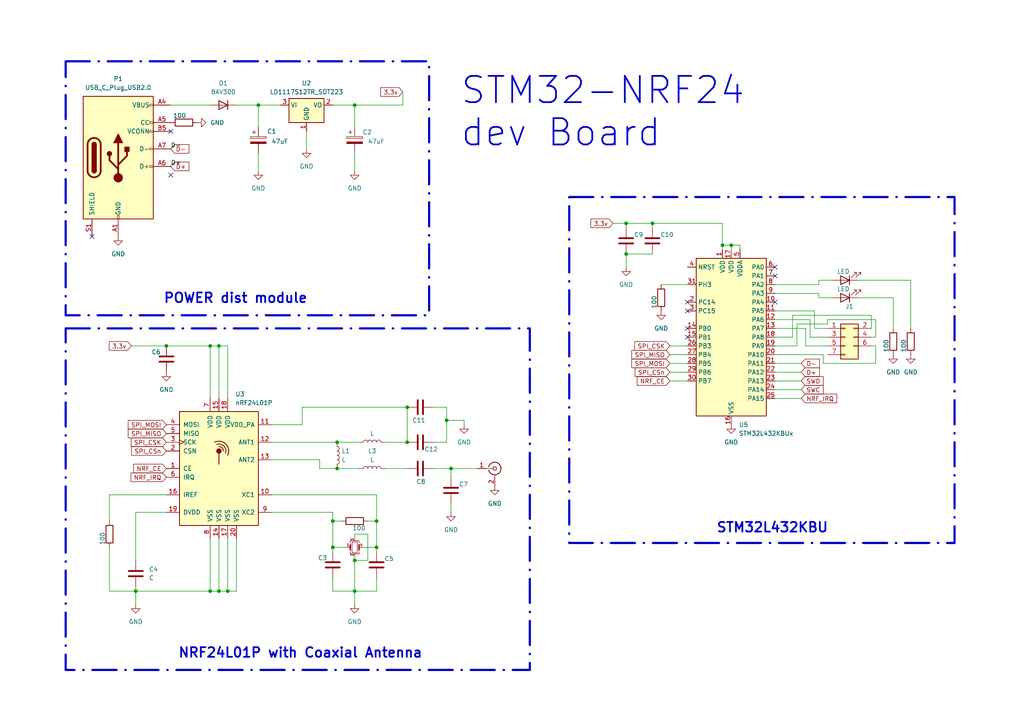
<source format=kicad_sch>
(kicad_sch (version 20230819) (generator eeschema)

  (uuid fb190bbc-b1e6-49fa-bcc4-2717f0e2a383)

  (paper "A4")

  (title_block
    (title "STM32L432 dev board equiped with NRF24L01")
    (date "2024-03-25")
    (rev "V.01")
    (company "DAOUDI.M")
  )

  (lib_symbols
    (symbol "Connector:Conn_Coaxial" (pin_names (offset 1.016) hide) (exclude_from_sim no) (in_bom yes) (on_board yes)
      (property "Reference" "J" (at 0.254 3.048 0)
        (effects (font (size 1.27 1.27)))
      )
      (property "Value" "Conn_Coaxial" (at 2.921 0 90)
        (effects (font (size 1.27 1.27)))
      )
      (property "Footprint" "" (at 0 0 0)
        (effects (font (size 1.27 1.27)) hide)
      )
      (property "Datasheet" " ~" (at 0 0 0)
        (effects (font (size 1.27 1.27)) hide)
      )
      (property "Description" "coaxial connector (BNC, SMA, SMB, SMC, Cinch/RCA, LEMO, ...)" (at 0 0 0)
        (effects (font (size 1.27 1.27)) hide)
      )
      (property "ki_keywords" "BNC SMA SMB SMC LEMO coaxial connector CINCH RCA" (at 0 0 0)
        (effects (font (size 1.27 1.27)) hide)
      )
      (property "ki_fp_filters" "*BNC* *SMA* *SMB* *SMC* *Cinch* *LEMO*" (at 0 0 0)
        (effects (font (size 1.27 1.27)) hide)
      )
      (symbol "Conn_Coaxial_0_1"
        (arc (start -1.778 -0.508) (mid 0.2311 -1.8066) (end 1.778 0)
          (stroke (width 0.254) (type default))
          (fill (type none))
        )
        (polyline
          (pts
            (xy -2.54 0)
            (xy -0.508 0)
          )
          (stroke (width 0) (type default))
          (fill (type none))
        )
        (polyline
          (pts
            (xy 0 -2.54)
            (xy 0 -1.778)
          )
          (stroke (width 0) (type default))
          (fill (type none))
        )
        (circle (center 0 0) (radius 0.508)
          (stroke (width 0.2032) (type default))
          (fill (type none))
        )
        (arc (start 1.778 0) (mid 0.2099 1.8101) (end -1.778 0.508)
          (stroke (width 0.254) (type default))
          (fill (type none))
        )
      )
      (symbol "Conn_Coaxial_1_1"
        (pin passive line (at -5.08 0 0) (length 2.54)
          (name "In" (effects (font (size 1.27 1.27))))
          (number "1" (effects (font (size 1.27 1.27))))
        )
        (pin passive line (at 0 -5.08 90) (length 2.54)
          (name "Ext" (effects (font (size 1.27 1.27))))
          (number "2" (effects (font (size 1.27 1.27))))
        )
      )
    )
    (symbol "Connector:USB_C_Plug_USB2.0" (pin_names (offset 1.016)) (exclude_from_sim no) (in_bom yes) (on_board yes)
      (property "Reference" "P" (at -10.16 19.05 0)
        (effects (font (size 1.27 1.27)) (justify left))
      )
      (property "Value" "USB_C_Plug_USB2.0" (at 12.7 19.05 0)
        (effects (font (size 1.27 1.27)) (justify right))
      )
      (property "Footprint" "" (at 3.81 0 0)
        (effects (font (size 1.27 1.27)) hide)
      )
      (property "Datasheet" "https://www.usb.org/sites/default/files/documents/usb_type-c.zip" (at 3.81 0 0)
        (effects (font (size 1.27 1.27)) hide)
      )
      (property "Description" "USB 2.0-only Type-C Plug connector" (at 0 0 0)
        (effects (font (size 1.27 1.27)) hide)
      )
      (property "ki_keywords" "usb universal serial bus type-C USB2.0" (at 0 0 0)
        (effects (font (size 1.27 1.27)) hide)
      )
      (property "ki_fp_filters" "USB*C*Plug*" (at 0 0 0)
        (effects (font (size 1.27 1.27)) hide)
      )
      (symbol "USB_C_Plug_USB2.0_0_0"
        (rectangle (start -0.254 -17.78) (end 0.254 -16.764)
          (stroke (width 0) (type default))
          (fill (type none))
        )
        (rectangle (start 10.16 -2.286) (end 9.144 -2.794)
          (stroke (width 0) (type default))
          (fill (type none))
        )
        (rectangle (start 10.16 2.794) (end 9.144 2.286)
          (stroke (width 0) (type default))
          (fill (type none))
        )
        (rectangle (start 10.16 7.874) (end 9.144 7.366)
          (stroke (width 0) (type default))
          (fill (type none))
        )
        (rectangle (start 10.16 10.414) (end 9.144 9.906)
          (stroke (width 0) (type default))
          (fill (type none))
        )
        (rectangle (start 10.16 15.494) (end 9.144 14.986)
          (stroke (width 0) (type default))
          (fill (type none))
        )
      )
      (symbol "USB_C_Plug_USB2.0_0_1"
        (rectangle (start -10.16 17.78) (end 10.16 -17.78)
          (stroke (width 0.254) (type default))
          (fill (type background))
        )
        (arc (start -8.89 -3.81) (mid -6.985 -5.7067) (end -5.08 -3.81)
          (stroke (width 0.508) (type default))
          (fill (type none))
        )
        (arc (start -7.62 -3.81) (mid -6.985 -4.4423) (end -6.35 -3.81)
          (stroke (width 0.254) (type default))
          (fill (type none))
        )
        (arc (start -7.62 -3.81) (mid -6.985 -4.4423) (end -6.35 -3.81)
          (stroke (width 0.254) (type default))
          (fill (type outline))
        )
        (rectangle (start -7.62 -3.81) (end -6.35 3.81)
          (stroke (width 0.254) (type default))
          (fill (type outline))
        )
        (arc (start -6.35 3.81) (mid -6.985 4.4423) (end -7.62 3.81)
          (stroke (width 0.254) (type default))
          (fill (type none))
        )
        (arc (start -6.35 3.81) (mid -6.985 4.4423) (end -7.62 3.81)
          (stroke (width 0.254) (type default))
          (fill (type outline))
        )
        (arc (start -5.08 3.81) (mid -6.985 5.7067) (end -8.89 3.81)
          (stroke (width 0.508) (type default))
          (fill (type none))
        )
        (circle (center -2.54 1.143) (radius 0.635)
          (stroke (width 0.254) (type default))
          (fill (type outline))
        )
        (circle (center 0 -5.842) (radius 1.27)
          (stroke (width 0) (type default))
          (fill (type outline))
        )
        (polyline
          (pts
            (xy -8.89 -3.81)
            (xy -8.89 3.81)
          )
          (stroke (width 0.508) (type default))
          (fill (type none))
        )
        (polyline
          (pts
            (xy -5.08 3.81)
            (xy -5.08 -3.81)
          )
          (stroke (width 0.508) (type default))
          (fill (type none))
        )
        (polyline
          (pts
            (xy 0 -5.842)
            (xy 0 4.318)
          )
          (stroke (width 0.508) (type default))
          (fill (type none))
        )
        (polyline
          (pts
            (xy 0 -3.302)
            (xy -2.54 -0.762)
            (xy -2.54 0.508)
          )
          (stroke (width 0.508) (type default))
          (fill (type none))
        )
        (polyline
          (pts
            (xy 0 -2.032)
            (xy 2.54 0.508)
            (xy 2.54 1.778)
          )
          (stroke (width 0.508) (type default))
          (fill (type none))
        )
        (polyline
          (pts
            (xy -1.27 4.318)
            (xy 0 6.858)
            (xy 1.27 4.318)
            (xy -1.27 4.318)
          )
          (stroke (width 0.254) (type default))
          (fill (type outline))
        )
        (rectangle (start 1.905 1.778) (end 3.175 3.048)
          (stroke (width 0.254) (type default))
          (fill (type outline))
        )
      )
      (symbol "USB_C_Plug_USB2.0_1_1"
        (pin passive line (at 0 -22.86 90) (length 5.08)
          (name "GND" (effects (font (size 1.27 1.27))))
          (number "A1" (effects (font (size 1.27 1.27))))
        )
        (pin passive line (at 0 -22.86 90) (length 5.08) hide
          (name "GND" (effects (font (size 1.27 1.27))))
          (number "A12" (effects (font (size 1.27 1.27))))
        )
        (pin passive line (at 15.24 15.24 180) (length 5.08)
          (name "VBUS" (effects (font (size 1.27 1.27))))
          (number "A4" (effects (font (size 1.27 1.27))))
        )
        (pin bidirectional line (at 15.24 10.16 180) (length 5.08)
          (name "CC" (effects (font (size 1.27 1.27))))
          (number "A5" (effects (font (size 1.27 1.27))))
        )
        (pin bidirectional line (at 15.24 -2.54 180) (length 5.08)
          (name "D+" (effects (font (size 1.27 1.27))))
          (number "A6" (effects (font (size 1.27 1.27))))
        )
        (pin bidirectional line (at 15.24 2.54 180) (length 5.08)
          (name "D-" (effects (font (size 1.27 1.27))))
          (number "A7" (effects (font (size 1.27 1.27))))
        )
        (pin passive line (at 15.24 15.24 180) (length 5.08) hide
          (name "VBUS" (effects (font (size 1.27 1.27))))
          (number "A9" (effects (font (size 1.27 1.27))))
        )
        (pin passive line (at 0 -22.86 90) (length 5.08) hide
          (name "GND" (effects (font (size 1.27 1.27))))
          (number "B1" (effects (font (size 1.27 1.27))))
        )
        (pin passive line (at 0 -22.86 90) (length 5.08) hide
          (name "GND" (effects (font (size 1.27 1.27))))
          (number "B12" (effects (font (size 1.27 1.27))))
        )
        (pin passive line (at 15.24 15.24 180) (length 5.08) hide
          (name "VBUS" (effects (font (size 1.27 1.27))))
          (number "B4" (effects (font (size 1.27 1.27))))
        )
        (pin bidirectional line (at 15.24 7.62 180) (length 5.08)
          (name "VCONN" (effects (font (size 1.27 1.27))))
          (number "B5" (effects (font (size 1.27 1.27))))
        )
        (pin passive line (at 15.24 15.24 180) (length 5.08) hide
          (name "VBUS" (effects (font (size 1.27 1.27))))
          (number "B9" (effects (font (size 1.27 1.27))))
        )
        (pin passive line (at -7.62 -22.86 90) (length 5.08)
          (name "SHIELD" (effects (font (size 1.27 1.27))))
          (number "S1" (effects (font (size 1.27 1.27))))
        )
      )
    )
    (symbol "Connector_Generic:Conn_2Rows-07Pins" (pin_names (offset 1.016) hide) (exclude_from_sim no) (in_bom yes) (on_board yes)
      (property "Reference" "J" (at 1.27 5.08 0)
        (effects (font (size 1.27 1.27)))
      )
      (property "Value" "Conn_2Rows-07Pins" (at 1.27 -7.62 0)
        (effects (font (size 1.27 1.27)))
      )
      (property "Footprint" "" (at 0 0 0)
        (effects (font (size 1.27 1.27)) hide)
      )
      (property "Datasheet" "~" (at 0 0 0)
        (effects (font (size 1.27 1.27)) hide)
      )
      (property "Description" "Generic connector, double row, 07 pins, odd/even pin numbering scheme (row 1 odd numbers, row 2 even numbers), script generated (kicad-library-utils/schlib/autogen/connector/)" (at 0 0 0)
        (effects (font (size 1.27 1.27)) hide)
      )
      (property "ki_keywords" "connector" (at 0 0 0)
        (effects (font (size 1.27 1.27)) hide)
      )
      (property "ki_fp_filters" "Connector*:*2Rows*Pins__* *FCC*2Rows*Pins__*" (at 0 0 0)
        (effects (font (size 1.27 1.27)) hide)
      )
      (symbol "Conn_2Rows-07Pins_1_1"
        (rectangle (start -1.27 -4.953) (end 0 -5.207)
          (stroke (width 0.1524) (type default))
          (fill (type none))
        )
        (rectangle (start -1.27 -2.413) (end 0 -2.667)
          (stroke (width 0.1524) (type default))
          (fill (type none))
        )
        (rectangle (start -1.27 0.127) (end 0 -0.127)
          (stroke (width 0.1524) (type default))
          (fill (type none))
        )
        (rectangle (start -1.27 2.667) (end 0 2.413)
          (stroke (width 0.1524) (type default))
          (fill (type none))
        )
        (rectangle (start -1.27 3.81) (end 3.81 -6.35)
          (stroke (width 0.254) (type default))
          (fill (type background))
        )
        (rectangle (start 3.81 -2.413) (end 2.54 -2.667)
          (stroke (width 0.1524) (type default))
          (fill (type none))
        )
        (rectangle (start 3.81 0.127) (end 2.54 -0.127)
          (stroke (width 0.1524) (type default))
          (fill (type none))
        )
        (rectangle (start 3.81 2.667) (end 2.54 2.413)
          (stroke (width 0.1524) (type default))
          (fill (type none))
        )
        (pin passive line (at -5.08 2.54 0) (length 3.81)
          (name "Pin_1" (effects (font (size 1.27 1.27))))
          (number "1" (effects (font (size 1.27 1.27))))
        )
        (pin passive line (at 7.62 2.54 180) (length 3.81)
          (name "Pin_2" (effects (font (size 1.27 1.27))))
          (number "2" (effects (font (size 1.27 1.27))))
        )
        (pin passive line (at -5.08 0 0) (length 3.81)
          (name "Pin_3" (effects (font (size 1.27 1.27))))
          (number "3" (effects (font (size 1.27 1.27))))
        )
        (pin passive line (at 7.62 0 180) (length 3.81)
          (name "Pin_4" (effects (font (size 1.27 1.27))))
          (number "4" (effects (font (size 1.27 1.27))))
        )
        (pin passive line (at -5.08 -2.54 0) (length 3.81)
          (name "Pin_5" (effects (font (size 1.27 1.27))))
          (number "5" (effects (font (size 1.27 1.27))))
        )
        (pin passive line (at 7.62 -2.54 180) (length 3.81)
          (name "Pin_6" (effects (font (size 1.27 1.27))))
          (number "6" (effects (font (size 1.27 1.27))))
        )
        (pin passive line (at -5.08 -5.08 0) (length 3.81)
          (name "Pin_7" (effects (font (size 1.27 1.27))))
          (number "7" (effects (font (size 1.27 1.27))))
        )
      )
    )
    (symbol "Device:C" (pin_numbers hide) (pin_names (offset 0.254)) (exclude_from_sim no) (in_bom yes) (on_board yes)
      (property "Reference" "C" (at 0.635 2.54 0)
        (effects (font (size 1.27 1.27)) (justify left))
      )
      (property "Value" "C" (at 0.635 -2.54 0)
        (effects (font (size 1.27 1.27)) (justify left))
      )
      (property "Footprint" "" (at 0.9652 -3.81 0)
        (effects (font (size 1.27 1.27)) hide)
      )
      (property "Datasheet" "~" (at 0 0 0)
        (effects (font (size 1.27 1.27)) hide)
      )
      (property "Description" "Unpolarized capacitor" (at 0 0 0)
        (effects (font (size 1.27 1.27)) hide)
      )
      (property "ki_keywords" "cap capacitor" (at 0 0 0)
        (effects (font (size 1.27 1.27)) hide)
      )
      (property "ki_fp_filters" "C_*" (at 0 0 0)
        (effects (font (size 1.27 1.27)) hide)
      )
      (symbol "C_0_1"
        (polyline
          (pts
            (xy -2.032 -0.762)
            (xy 2.032 -0.762)
          )
          (stroke (width 0.508) (type default))
          (fill (type none))
        )
        (polyline
          (pts
            (xy -2.032 0.762)
            (xy 2.032 0.762)
          )
          (stroke (width 0.508) (type default))
          (fill (type none))
        )
      )
      (symbol "C_1_1"
        (pin passive line (at 0 3.81 270) (length 2.794)
          (name "~" (effects (font (size 1.27 1.27))))
          (number "1" (effects (font (size 1.27 1.27))))
        )
        (pin passive line (at 0 -3.81 90) (length 2.794)
          (name "~" (effects (font (size 1.27 1.27))))
          (number "2" (effects (font (size 1.27 1.27))))
        )
      )
    )
    (symbol "Device:C_Polarized" (pin_numbers hide) (pin_names (offset 0.254)) (exclude_from_sim no) (in_bom yes) (on_board yes)
      (property "Reference" "C" (at 0.635 2.54 0)
        (effects (font (size 1.27 1.27)) (justify left))
      )
      (property "Value" "C_Polarized" (at 0.635 -2.54 0)
        (effects (font (size 1.27 1.27)) (justify left))
      )
      (property "Footprint" "" (at 0.9652 -3.81 0)
        (effects (font (size 1.27 1.27)) hide)
      )
      (property "Datasheet" "~" (at 0 0 0)
        (effects (font (size 1.27 1.27)) hide)
      )
      (property "Description" "Polarized capacitor" (at 0 0 0)
        (effects (font (size 1.27 1.27)) hide)
      )
      (property "ki_keywords" "cap capacitor" (at 0 0 0)
        (effects (font (size 1.27 1.27)) hide)
      )
      (property "ki_fp_filters" "CP_*" (at 0 0 0)
        (effects (font (size 1.27 1.27)) hide)
      )
      (symbol "C_Polarized_0_1"
        (rectangle (start -2.286 0.508) (end 2.286 1.016)
          (stroke (width 0) (type default))
          (fill (type none))
        )
        (polyline
          (pts
            (xy -1.778 2.286)
            (xy -0.762 2.286)
          )
          (stroke (width 0) (type default))
          (fill (type none))
        )
        (polyline
          (pts
            (xy -1.27 2.794)
            (xy -1.27 1.778)
          )
          (stroke (width 0) (type default))
          (fill (type none))
        )
        (rectangle (start 2.286 -0.508) (end -2.286 -1.016)
          (stroke (width 0) (type default))
          (fill (type outline))
        )
      )
      (symbol "C_Polarized_1_1"
        (pin passive line (at 0 3.81 270) (length 2.794)
          (name "~" (effects (font (size 1.27 1.27))))
          (number "1" (effects (font (size 1.27 1.27))))
        )
        (pin passive line (at 0 -3.81 90) (length 2.794)
          (name "~" (effects (font (size 1.27 1.27))))
          (number "2" (effects (font (size 1.27 1.27))))
        )
      )
    )
    (symbol "Device:Crystal_GND23_Small" (pin_names (offset 1.016) hide) (exclude_from_sim no) (in_bom yes) (on_board yes)
      (property "Reference" "Y" (at 1.27 4.445 0)
        (effects (font (size 1.27 1.27)) (justify left))
      )
      (property "Value" "Crystal_GND23_Small" (at 1.27 2.54 0)
        (effects (font (size 1.27 1.27)) (justify left))
      )
      (property "Footprint" "" (at 0 0 0)
        (effects (font (size 1.27 1.27)) hide)
      )
      (property "Datasheet" "~" (at 0 0 0)
        (effects (font (size 1.27 1.27)) hide)
      )
      (property "Description" "Four pin crystal, GND on pins 2 and 3, small symbol" (at 0 0 0)
        (effects (font (size 1.27 1.27)) hide)
      )
      (property "ki_keywords" "quartz ceramic resonator oscillator" (at 0 0 0)
        (effects (font (size 1.27 1.27)) hide)
      )
      (property "ki_fp_filters" "Crystal*" (at 0 0 0)
        (effects (font (size 1.27 1.27)) hide)
      )
      (symbol "Crystal_GND23_Small_0_1"
        (rectangle (start -0.762 -1.524) (end 0.762 1.524)
          (stroke (width 0) (type default))
          (fill (type none))
        )
        (polyline
          (pts
            (xy -1.27 -0.762)
            (xy -1.27 0.762)
          )
          (stroke (width 0.381) (type default))
          (fill (type none))
        )
        (polyline
          (pts
            (xy 1.27 -0.762)
            (xy 1.27 0.762)
          )
          (stroke (width 0.381) (type default))
          (fill (type none))
        )
        (polyline
          (pts
            (xy -1.27 -1.27)
            (xy -1.27 -1.905)
            (xy 1.27 -1.905)
            (xy 1.27 -1.27)
          )
          (stroke (width 0) (type default))
          (fill (type none))
        )
        (polyline
          (pts
            (xy -1.27 1.27)
            (xy -1.27 1.905)
            (xy 1.27 1.905)
            (xy 1.27 1.27)
          )
          (stroke (width 0) (type default))
          (fill (type none))
        )
      )
      (symbol "Crystal_GND23_Small_1_1"
        (pin passive line (at -2.54 0 0) (length 1.27)
          (name "1" (effects (font (size 1.27 1.27))))
          (number "1" (effects (font (size 0.762 0.762))))
        )
        (pin passive line (at 0 -2.54 90) (length 0.635)
          (name "2" (effects (font (size 1.27 1.27))))
          (number "2" (effects (font (size 0.762 0.762))))
        )
        (pin passive line (at 0 2.54 270) (length 0.635)
          (name "3" (effects (font (size 1.27 1.27))))
          (number "3" (effects (font (size 0.762 0.762))))
        )
        (pin passive line (at 2.54 0 180) (length 1.27)
          (name "4" (effects (font (size 1.27 1.27))))
          (number "4" (effects (font (size 0.762 0.762))))
        )
      )
    )
    (symbol "Device:L" (pin_numbers hide) (pin_names (offset 1.016) hide) (exclude_from_sim no) (in_bom yes) (on_board yes)
      (property "Reference" "L" (at -1.27 0 90)
        (effects (font (size 1.27 1.27)))
      )
      (property "Value" "L" (at 1.905 0 90)
        (effects (font (size 1.27 1.27)))
      )
      (property "Footprint" "" (at 0 0 0)
        (effects (font (size 1.27 1.27)) hide)
      )
      (property "Datasheet" "~" (at 0 0 0)
        (effects (font (size 1.27 1.27)) hide)
      )
      (property "Description" "Inductor" (at 0 0 0)
        (effects (font (size 1.27 1.27)) hide)
      )
      (property "ki_keywords" "inductor choke coil reactor magnetic" (at 0 0 0)
        (effects (font (size 1.27 1.27)) hide)
      )
      (property "ki_fp_filters" "Choke_* *Coil* Inductor_* L_*" (at 0 0 0)
        (effects (font (size 1.27 1.27)) hide)
      )
      (symbol "L_0_1"
        (arc (start 0 -2.54) (mid 0.6323 -1.905) (end 0 -1.27)
          (stroke (width 0) (type default))
          (fill (type none))
        )
        (arc (start 0 -1.27) (mid 0.6323 -0.635) (end 0 0)
          (stroke (width 0) (type default))
          (fill (type none))
        )
        (arc (start 0 0) (mid 0.6323 0.635) (end 0 1.27)
          (stroke (width 0) (type default))
          (fill (type none))
        )
        (arc (start 0 1.27) (mid 0.6323 1.905) (end 0 2.54)
          (stroke (width 0) (type default))
          (fill (type none))
        )
      )
      (symbol "L_1_1"
        (pin passive line (at 0 3.81 270) (length 1.27)
          (name "1" (effects (font (size 1.27 1.27))))
          (number "1" (effects (font (size 1.27 1.27))))
        )
        (pin passive line (at 0 -3.81 90) (length 1.27)
          (name "2" (effects (font (size 1.27 1.27))))
          (number "2" (effects (font (size 1.27 1.27))))
        )
      )
    )
    (symbol "Device:LED" (pin_numbers hide) (pin_names (offset 1.016) hide) (exclude_from_sim no) (in_bom yes) (on_board yes)
      (property "Reference" "D" (at 0 2.54 0)
        (effects (font (size 1.27 1.27)))
      )
      (property "Value" "LED" (at 0 -2.54 0)
        (effects (font (size 1.27 1.27)))
      )
      (property "Footprint" "" (at 0 0 0)
        (effects (font (size 1.27 1.27)) hide)
      )
      (property "Datasheet" "~" (at 0 0 0)
        (effects (font (size 1.27 1.27)) hide)
      )
      (property "Description" "Light emitting diode" (at 0 0 0)
        (effects (font (size 1.27 1.27)) hide)
      )
      (property "ki_keywords" "LED diode" (at 0 0 0)
        (effects (font (size 1.27 1.27)) hide)
      )
      (property "ki_fp_filters" "LED* LED_SMD:* LED_THT:*" (at 0 0 0)
        (effects (font (size 1.27 1.27)) hide)
      )
      (symbol "LED_0_1"
        (polyline
          (pts
            (xy -1.27 -1.27)
            (xy -1.27 1.27)
          )
          (stroke (width 0.254) (type default))
          (fill (type none))
        )
        (polyline
          (pts
            (xy -1.27 0)
            (xy 1.27 0)
          )
          (stroke (width 0) (type default))
          (fill (type none))
        )
        (polyline
          (pts
            (xy 1.27 -1.27)
            (xy 1.27 1.27)
            (xy -1.27 0)
            (xy 1.27 -1.27)
          )
          (stroke (width 0.254) (type default))
          (fill (type none))
        )
        (polyline
          (pts
            (xy -3.048 -0.762)
            (xy -4.572 -2.286)
            (xy -3.81 -2.286)
            (xy -4.572 -2.286)
            (xy -4.572 -1.524)
          )
          (stroke (width 0) (type default))
          (fill (type none))
        )
        (polyline
          (pts
            (xy -1.778 -0.762)
            (xy -3.302 -2.286)
            (xy -2.54 -2.286)
            (xy -3.302 -2.286)
            (xy -3.302 -1.524)
          )
          (stroke (width 0) (type default))
          (fill (type none))
        )
      )
      (symbol "LED_1_1"
        (pin passive line (at -3.81 0 0) (length 2.54)
          (name "K" (effects (font (size 1.27 1.27))))
          (number "1" (effects (font (size 1.27 1.27))))
        )
        (pin passive line (at 3.81 0 180) (length 2.54)
          (name "A" (effects (font (size 1.27 1.27))))
          (number "2" (effects (font (size 1.27 1.27))))
        )
      )
    )
    (symbol "Device:R" (pin_numbers hide) (pin_names (offset 0)) (exclude_from_sim no) (in_bom yes) (on_board yes)
      (property "Reference" "R" (at 2.032 0 90)
        (effects (font (size 1.27 1.27)))
      )
      (property "Value" "R" (at 0 0 90)
        (effects (font (size 1.27 1.27)))
      )
      (property "Footprint" "" (at -1.778 0 90)
        (effects (font (size 1.27 1.27)) hide)
      )
      (property "Datasheet" "~" (at 0 0 0)
        (effects (font (size 1.27 1.27)) hide)
      )
      (property "Description" "Resistor" (at 0 0 0)
        (effects (font (size 1.27 1.27)) hide)
      )
      (property "ki_keywords" "R res resistor" (at 0 0 0)
        (effects (font (size 1.27 1.27)) hide)
      )
      (property "ki_fp_filters" "R_*" (at 0 0 0)
        (effects (font (size 1.27 1.27)) hide)
      )
      (symbol "R_0_1"
        (rectangle (start -1.016 -2.54) (end 1.016 2.54)
          (stroke (width 0.254) (type default))
          (fill (type none))
        )
      )
      (symbol "R_1_1"
        (pin passive line (at 0 3.81 270) (length 1.27)
          (name "~" (effects (font (size 1.27 1.27))))
          (number "1" (effects (font (size 1.27 1.27))))
        )
        (pin passive line (at 0 -3.81 90) (length 1.27)
          (name "~" (effects (font (size 1.27 1.27))))
          (number "2" (effects (font (size 1.27 1.27))))
        )
      )
    )
    (symbol "Diode:BAV300" (pin_numbers hide) (pin_names hide) (exclude_from_sim no) (in_bom yes) (on_board yes)
      (property "Reference" "D" (at 0 2.54 0)
        (effects (font (size 1.27 1.27)))
      )
      (property "Value" "BAV300" (at 0 -2.54 0)
        (effects (font (size 1.27 1.27)))
      )
      (property "Footprint" "Diode_SMD:D_MicroMELF" (at 0 -4.445 0)
        (effects (font (size 1.27 1.27)) hide)
      )
      (property "Datasheet" "http://www.vishay.com/docs/85545/bav300.pdf" (at 0 0 0)
        (effects (font (size 1.27 1.27)) hide)
      )
      (property "Description" "50V 0.25A Switching Diode, High Voltage, MicroMELF" (at 0 0 0)
        (effects (font (size 1.27 1.27)) hide)
      )
      (property "Sim.Device" "D" (at 0 0 0)
        (effects (font (size 1.27 1.27)) hide)
      )
      (property "Sim.Pins" "1=K 2=A" (at 0 0 0)
        (effects (font (size 1.27 1.27)) hide)
      )
      (property "ki_keywords" "diode" (at 0 0 0)
        (effects (font (size 1.27 1.27)) hide)
      )
      (property "ki_fp_filters" "D*MicroMELF*" (at 0 0 0)
        (effects (font (size 1.27 1.27)) hide)
      )
      (symbol "BAV300_0_1"
        (polyline
          (pts
            (xy -1.27 1.27)
            (xy -1.27 -1.27)
          )
          (stroke (width 0.254) (type default))
          (fill (type none))
        )
        (polyline
          (pts
            (xy 1.27 0)
            (xy -1.27 0)
          )
          (stroke (width 0) (type default))
          (fill (type none))
        )
        (polyline
          (pts
            (xy 1.27 1.27)
            (xy 1.27 -1.27)
            (xy -1.27 0)
            (xy 1.27 1.27)
          )
          (stroke (width 0.254) (type default))
          (fill (type none))
        )
      )
      (symbol "BAV300_1_1"
        (pin passive line (at -3.81 0 0) (length 2.54)
          (name "K" (effects (font (size 1.27 1.27))))
          (number "1" (effects (font (size 1.27 1.27))))
        )
        (pin passive line (at 3.81 0 180) (length 2.54)
          (name "A" (effects (font (size 1.27 1.27))))
          (number "2" (effects (font (size 1.27 1.27))))
        )
      )
    )
    (symbol "MCU_ST_STM32L4:STM32L432KBUx" (exclude_from_sim no) (in_bom yes) (on_board yes)
      (property "Reference" "U" (at -10.16 24.13 0)
        (effects (font (size 1.27 1.27)) (justify left))
      )
      (property "Value" "STM32L432KBUx" (at 5.08 24.13 0)
        (effects (font (size 1.27 1.27)) (justify left))
      )
      (property "Footprint" "Package_DFN_QFN:QFN-32-1EP_5x5mm_P0.5mm_EP3.45x3.45mm" (at -10.16 -22.86 0)
        (effects (font (size 1.27 1.27)) (justify right) hide)
      )
      (property "Datasheet" "https://www.st.com/resource/en/datasheet/stm32l432kb.pdf" (at 0 0 0)
        (effects (font (size 1.27 1.27)) hide)
      )
      (property "Description" "STMicroelectronics Arm Cortex-M4 MCU, 128KB flash, 64KB RAM, 80 MHz, 1.71-3.6V, 26 GPIO, UFQFPN32" (at 0 0 0)
        (effects (font (size 1.27 1.27)) hide)
      )
      (property "ki_locked" "" (at 0 0 0)
        (effects (font (size 1.27 1.27)))
      )
      (property "ki_keywords" "Arm Cortex-M4 STM32L4 STM32L4x2" (at 0 0 0)
        (effects (font (size 1.27 1.27)) hide)
      )
      (property "ki_fp_filters" "QFN*1EP*5x5mm*P0.5mm*" (at 0 0 0)
        (effects (font (size 1.27 1.27)) hide)
      )
      (symbol "STM32L432KBUx_0_1"
        (rectangle (start -10.16 -22.86) (end 10.16 22.86)
          (stroke (width 0.254) (type default))
          (fill (type background))
        )
      )
      (symbol "STM32L432KBUx_1_1"
        (pin power_in line (at -2.54 25.4 270) (length 2.54)
          (name "VDD" (effects (font (size 1.27 1.27))))
          (number "1" (effects (font (size 1.27 1.27))))
        )
        (pin bidirectional line (at 12.7 10.16 180) (length 2.54)
          (name "PA4" (effects (font (size 1.27 1.27))))
          (number "10" (effects (font (size 1.27 1.27))))
          (alternate "ADC1_IN9" bidirectional line)
          (alternate "COMP1_INM" bidirectional line)
          (alternate "COMP2_INM" bidirectional line)
          (alternate "DAC1_OUT1" bidirectional line)
          (alternate "LPTIM2_OUT" bidirectional line)
          (alternate "SAI1_FS_B" bidirectional line)
          (alternate "SPI1_NSS" bidirectional line)
          (alternate "SPI3_NSS" bidirectional line)
          (alternate "USART2_CK" bidirectional line)
        )
        (pin bidirectional line (at 12.7 7.62 180) (length 2.54)
          (name "PA5" (effects (font (size 1.27 1.27))))
          (number "11" (effects (font (size 1.27 1.27))))
          (alternate "ADC1_IN10" bidirectional line)
          (alternate "COMP1_INM" bidirectional line)
          (alternate "COMP2_INM" bidirectional line)
          (alternate "DAC1_OUT2" bidirectional line)
          (alternate "LPTIM2_ETR" bidirectional line)
          (alternate "SPI1_SCK" bidirectional line)
          (alternate "TIM2_CH1" bidirectional line)
          (alternate "TIM2_ETR" bidirectional line)
        )
        (pin bidirectional line (at 12.7 5.08 180) (length 2.54)
          (name "PA6" (effects (font (size 1.27 1.27))))
          (number "12" (effects (font (size 1.27 1.27))))
          (alternate "ADC1_IN11" bidirectional line)
          (alternate "COMP1_OUT" bidirectional line)
          (alternate "LPUART1_CTS" bidirectional line)
          (alternate "QUADSPI_BK1_IO3" bidirectional line)
          (alternate "SPI1_MISO" bidirectional line)
          (alternate "TIM16_CH1" bidirectional line)
          (alternate "TIM1_BKIN" bidirectional line)
          (alternate "TIM1_BKIN_COMP2" bidirectional line)
        )
        (pin bidirectional line (at 12.7 2.54 180) (length 2.54)
          (name "PA7" (effects (font (size 1.27 1.27))))
          (number "13" (effects (font (size 1.27 1.27))))
          (alternate "ADC1_IN12" bidirectional line)
          (alternate "COMP2_OUT" bidirectional line)
          (alternate "I2C3_SCL" bidirectional line)
          (alternate "QUADSPI_BK1_IO2" bidirectional line)
          (alternate "SPI1_MOSI" bidirectional line)
          (alternate "TIM1_CH1N" bidirectional line)
        )
        (pin bidirectional line (at -12.7 2.54 0) (length 2.54)
          (name "PB0" (effects (font (size 1.27 1.27))))
          (number "14" (effects (font (size 1.27 1.27))))
          (alternate "ADC1_IN15" bidirectional line)
          (alternate "COMP1_OUT" bidirectional line)
          (alternate "QUADSPI_BK1_IO1" bidirectional line)
          (alternate "SAI1_EXTCLK" bidirectional line)
          (alternate "SPI1_NSS" bidirectional line)
          (alternate "TIM1_CH2N" bidirectional line)
        )
        (pin bidirectional line (at -12.7 0 0) (length 2.54)
          (name "PB1" (effects (font (size 1.27 1.27))))
          (number "15" (effects (font (size 1.27 1.27))))
          (alternate "ADC1_IN16" bidirectional line)
          (alternate "COMP1_INM" bidirectional line)
          (alternate "LPTIM2_IN1" bidirectional line)
          (alternate "LPUART1_DE" bidirectional line)
          (alternate "LPUART1_RTS" bidirectional line)
          (alternate "QUADSPI_BK1_IO0" bidirectional line)
          (alternate "TIM1_CH3N" bidirectional line)
        )
        (pin power_in line (at 0 -25.4 90) (length 2.54)
          (name "VSS" (effects (font (size 1.27 1.27))))
          (number "16" (effects (font (size 1.27 1.27))))
        )
        (pin power_in line (at 0 25.4 270) (length 2.54)
          (name "VDD" (effects (font (size 1.27 1.27))))
          (number "17" (effects (font (size 1.27 1.27))))
        )
        (pin bidirectional line (at 12.7 0 180) (length 2.54)
          (name "PA8" (effects (font (size 1.27 1.27))))
          (number "18" (effects (font (size 1.27 1.27))))
          (alternate "LPTIM2_OUT" bidirectional line)
          (alternate "RCC_MCO" bidirectional line)
          (alternate "SAI1_SCK_A" bidirectional line)
          (alternate "SWPMI1_IO" bidirectional line)
          (alternate "TIM1_CH1" bidirectional line)
          (alternate "USART1_CK" bidirectional line)
        )
        (pin bidirectional line (at 12.7 -2.54 180) (length 2.54)
          (name "PA9" (effects (font (size 1.27 1.27))))
          (number "19" (effects (font (size 1.27 1.27))))
          (alternate "DAC1_EXTI9" bidirectional line)
          (alternate "I2C1_SCL" bidirectional line)
          (alternate "SAI1_FS_A" bidirectional line)
          (alternate "TIM15_BKIN" bidirectional line)
          (alternate "TIM1_CH2" bidirectional line)
          (alternate "USART1_TX" bidirectional line)
        )
        (pin bidirectional line (at -12.7 10.16 0) (length 2.54)
          (name "PC14" (effects (font (size 1.27 1.27))))
          (number "2" (effects (font (size 1.27 1.27))))
          (alternate "RCC_OSC32_IN" bidirectional line)
        )
        (pin bidirectional line (at 12.7 -5.08 180) (length 2.54)
          (name "PA10" (effects (font (size 1.27 1.27))))
          (number "20" (effects (font (size 1.27 1.27))))
          (alternate "CRS_SYNC" bidirectional line)
          (alternate "I2C1_SDA" bidirectional line)
          (alternate "SAI1_SD_A" bidirectional line)
          (alternate "TIM1_CH3" bidirectional line)
          (alternate "USART1_RX" bidirectional line)
        )
        (pin bidirectional line (at 12.7 -7.62 180) (length 2.54)
          (name "PA11" (effects (font (size 1.27 1.27))))
          (number "21" (effects (font (size 1.27 1.27))))
          (alternate "ADC1_EXTI11" bidirectional line)
          (alternate "CAN1_RX" bidirectional line)
          (alternate "COMP1_OUT" bidirectional line)
          (alternate "SPI1_MISO" bidirectional line)
          (alternate "TIM1_BKIN2" bidirectional line)
          (alternate "TIM1_BKIN2_COMP1" bidirectional line)
          (alternate "TIM1_CH4" bidirectional line)
          (alternate "USART1_CTS" bidirectional line)
          (alternate "USB_DM" bidirectional line)
        )
        (pin bidirectional line (at 12.7 -10.16 180) (length 2.54)
          (name "PA12" (effects (font (size 1.27 1.27))))
          (number "22" (effects (font (size 1.27 1.27))))
          (alternate "CAN1_TX" bidirectional line)
          (alternate "SPI1_MOSI" bidirectional line)
          (alternate "TIM1_ETR" bidirectional line)
          (alternate "USART1_DE" bidirectional line)
          (alternate "USART1_RTS" bidirectional line)
          (alternate "USB_DP" bidirectional line)
        )
        (pin bidirectional line (at 12.7 -12.7 180) (length 2.54)
          (name "PA13" (effects (font (size 1.27 1.27))))
          (number "23" (effects (font (size 1.27 1.27))))
          (alternate "IR_OUT" bidirectional line)
          (alternate "SAI1_SD_B" bidirectional line)
          (alternate "SWPMI1_TX" bidirectional line)
          (alternate "SYS_JTMS-SWDIO" bidirectional line)
          (alternate "USB_NOE" bidirectional line)
        )
        (pin bidirectional line (at 12.7 -15.24 180) (length 2.54)
          (name "PA14" (effects (font (size 1.27 1.27))))
          (number "24" (effects (font (size 1.27 1.27))))
          (alternate "I2C1_SMBA" bidirectional line)
          (alternate "LPTIM1_OUT" bidirectional line)
          (alternate "SAI1_FS_B" bidirectional line)
          (alternate "SWPMI1_RX" bidirectional line)
          (alternate "SYS_JTCK-SWCLK" bidirectional line)
        )
        (pin bidirectional line (at 12.7 -17.78 180) (length 2.54)
          (name "PA15" (effects (font (size 1.27 1.27))))
          (number "25" (effects (font (size 1.27 1.27))))
          (alternate "ADC1_EXTI15" bidirectional line)
          (alternate "SPI1_NSS" bidirectional line)
          (alternate "SPI3_NSS" bidirectional line)
          (alternate "SWPMI1_SUSPEND" bidirectional line)
          (alternate "SYS_JTDI" bidirectional line)
          (alternate "TIM2_CH1" bidirectional line)
          (alternate "TIM2_ETR" bidirectional line)
          (alternate "USART2_RX" bidirectional line)
        )
        (pin bidirectional line (at -12.7 -2.54 0) (length 2.54)
          (name "PB3" (effects (font (size 1.27 1.27))))
          (number "26" (effects (font (size 1.27 1.27))))
          (alternate "COMP2_INM" bidirectional line)
          (alternate "SAI1_SCK_B" bidirectional line)
          (alternate "SPI1_SCK" bidirectional line)
          (alternate "SPI3_SCK" bidirectional line)
          (alternate "SYS_JTDO-SWO" bidirectional line)
          (alternate "TIM2_CH2" bidirectional line)
          (alternate "USART1_DE" bidirectional line)
          (alternate "USART1_RTS" bidirectional line)
        )
        (pin bidirectional line (at -12.7 -5.08 0) (length 2.54)
          (name "PB4" (effects (font (size 1.27 1.27))))
          (number "27" (effects (font (size 1.27 1.27))))
          (alternate "COMP2_INP" bidirectional line)
          (alternate "I2C3_SDA" bidirectional line)
          (alternate "SAI1_MCLK_B" bidirectional line)
          (alternate "SPI1_MISO" bidirectional line)
          (alternate "SPI3_MISO" bidirectional line)
          (alternate "SYS_JTRST" bidirectional line)
          (alternate "TSC_G2_IO1" bidirectional line)
          (alternate "USART1_CTS" bidirectional line)
        )
        (pin bidirectional line (at -12.7 -7.62 0) (length 2.54)
          (name "PB5" (effects (font (size 1.27 1.27))))
          (number "28" (effects (font (size 1.27 1.27))))
          (alternate "COMP2_OUT" bidirectional line)
          (alternate "I2C1_SMBA" bidirectional line)
          (alternate "LPTIM1_IN1" bidirectional line)
          (alternate "SAI1_SD_B" bidirectional line)
          (alternate "SPI1_MOSI" bidirectional line)
          (alternate "SPI3_MOSI" bidirectional line)
          (alternate "TIM16_BKIN" bidirectional line)
          (alternate "TSC_G2_IO2" bidirectional line)
          (alternate "USART1_CK" bidirectional line)
        )
        (pin bidirectional line (at -12.7 -10.16 0) (length 2.54)
          (name "PB6" (effects (font (size 1.27 1.27))))
          (number "29" (effects (font (size 1.27 1.27))))
          (alternate "COMP2_INP" bidirectional line)
          (alternate "I2C1_SCL" bidirectional line)
          (alternate "LPTIM1_ETR" bidirectional line)
          (alternate "SAI1_FS_B" bidirectional line)
          (alternate "TIM16_CH1N" bidirectional line)
          (alternate "TSC_G2_IO3" bidirectional line)
          (alternate "USART1_TX" bidirectional line)
        )
        (pin bidirectional line (at -12.7 7.62 0) (length 2.54)
          (name "PC15" (effects (font (size 1.27 1.27))))
          (number "3" (effects (font (size 1.27 1.27))))
          (alternate "ADC1_EXTI15" bidirectional line)
          (alternate "RCC_OSC32_OUT" bidirectional line)
        )
        (pin bidirectional line (at -12.7 -12.7 0) (length 2.54)
          (name "PB7" (effects (font (size 1.27 1.27))))
          (number "30" (effects (font (size 1.27 1.27))))
          (alternate "COMP2_INM" bidirectional line)
          (alternate "I2C1_SDA" bidirectional line)
          (alternate "LPTIM1_IN2" bidirectional line)
          (alternate "SYS_PVD_IN" bidirectional line)
          (alternate "TSC_G2_IO4" bidirectional line)
          (alternate "USART1_RX" bidirectional line)
        )
        (pin bidirectional line (at -12.7 15.24 0) (length 2.54)
          (name "PH3" (effects (font (size 1.27 1.27))))
          (number "31" (effects (font (size 1.27 1.27))))
        )
        (pin passive line (at 0 -25.4 90) (length 2.54) hide
          (name "VSS" (effects (font (size 1.27 1.27))))
          (number "32" (effects (font (size 1.27 1.27))))
        )
        (pin passive line (at 0 -25.4 90) (length 2.54) hide
          (name "VSS" (effects (font (size 1.27 1.27))))
          (number "33" (effects (font (size 1.27 1.27))))
        )
        (pin input line (at -12.7 20.32 0) (length 2.54)
          (name "NRST" (effects (font (size 1.27 1.27))))
          (number "4" (effects (font (size 1.27 1.27))))
        )
        (pin power_in line (at 2.54 25.4 270) (length 2.54)
          (name "VDDA" (effects (font (size 1.27 1.27))))
          (number "5" (effects (font (size 1.27 1.27))))
        )
        (pin bidirectional line (at 12.7 20.32 180) (length 2.54)
          (name "PA0" (effects (font (size 1.27 1.27))))
          (number "6" (effects (font (size 1.27 1.27))))
          (alternate "ADC1_IN5" bidirectional line)
          (alternate "COMP1_INM" bidirectional line)
          (alternate "COMP1_OUT" bidirectional line)
          (alternate "OPAMP1_VINP" bidirectional line)
          (alternate "RCC_CK_IN" bidirectional line)
          (alternate "RTC_TAMP2" bidirectional line)
          (alternate "SAI1_EXTCLK" bidirectional line)
          (alternate "SYS_WKUP1" bidirectional line)
          (alternate "TIM2_CH1" bidirectional line)
          (alternate "TIM2_ETR" bidirectional line)
          (alternate "USART2_CTS" bidirectional line)
        )
        (pin bidirectional line (at 12.7 17.78 180) (length 2.54)
          (name "PA1" (effects (font (size 1.27 1.27))))
          (number "7" (effects (font (size 1.27 1.27))))
          (alternate "ADC1_IN6" bidirectional line)
          (alternate "COMP1_INP" bidirectional line)
          (alternate "I2C1_SMBA" bidirectional line)
          (alternate "OPAMP1_VINM" bidirectional line)
          (alternate "SPI1_SCK" bidirectional line)
          (alternate "TIM15_CH1N" bidirectional line)
          (alternate "TIM2_CH2" bidirectional line)
          (alternate "USART2_DE" bidirectional line)
          (alternate "USART2_RTS" bidirectional line)
        )
        (pin bidirectional line (at 12.7 15.24 180) (length 2.54)
          (name "PA2" (effects (font (size 1.27 1.27))))
          (number "8" (effects (font (size 1.27 1.27))))
          (alternate "ADC1_IN7" bidirectional line)
          (alternate "COMP2_INM" bidirectional line)
          (alternate "COMP2_OUT" bidirectional line)
          (alternate "LPUART1_TX" bidirectional line)
          (alternate "QUADSPI_BK1_NCS" bidirectional line)
          (alternate "RCC_LSCO" bidirectional line)
          (alternate "SYS_WKUP4" bidirectional line)
          (alternate "TIM15_CH1" bidirectional line)
          (alternate "TIM2_CH3" bidirectional line)
          (alternate "USART2_TX" bidirectional line)
        )
        (pin bidirectional line (at 12.7 12.7 180) (length 2.54)
          (name "PA3" (effects (font (size 1.27 1.27))))
          (number "9" (effects (font (size 1.27 1.27))))
          (alternate "ADC1_IN8" bidirectional line)
          (alternate "COMP2_INP" bidirectional line)
          (alternate "LPUART1_RX" bidirectional line)
          (alternate "OPAMP1_VOUT" bidirectional line)
          (alternate "QUADSPI_CLK" bidirectional line)
          (alternate "SAI1_MCLK_A" bidirectional line)
          (alternate "TIM15_CH2" bidirectional line)
          (alternate "TIM2_CH4" bidirectional line)
          (alternate "USART2_RX" bidirectional line)
        )
      )
    )
    (symbol "RF:nRF24L01P" (pin_names (offset 1.016)) (exclude_from_sim no) (in_bom yes) (on_board yes)
      (property "Reference" "U" (at -11.43 17.78 0)
        (effects (font (size 1.27 1.27)) (justify left))
      )
      (property "Value" "nRF24L01P" (at 5.08 17.78 0)
        (effects (font (size 1.27 1.27)) (justify left))
      )
      (property "Footprint" "Package_DFN_QFN:QFN-20-1EP_4x4mm_P0.5mm_EP2.5x2.5mm" (at 5.08 20.32 0)
        (effects (font (size 1.27 1.27) italic) (justify left) hide)
      )
      (property "Datasheet" "http://www.nordicsemi.com/eng/content/download/2726/34069/file/nRF24L01P_Product_Specification_1_0.pdf" (at 0 2.54 0)
        (effects (font (size 1.27 1.27)) hide)
      )
      (property "Description" "nRF24L01+, Ultra low power 2.4GHz RF Transceiver, QFN20 4x4mm" (at 0 0 0)
        (effects (font (size 1.27 1.27)) hide)
      )
      (property "ki_keywords" "Low Power RF Transceiver" (at 0 0 0)
        (effects (font (size 1.27 1.27)) hide)
      )
      (property "ki_fp_filters" "QFN*4x4*0.5mm*" (at 0 0 0)
        (effects (font (size 1.27 1.27)) hide)
      )
      (symbol "nRF24L01P_0_1"
        (rectangle (start -11.43 16.51) (end 11.43 -16.51)
          (stroke (width 0.254) (type default))
          (fill (type background))
        )
        (polyline
          (pts
            (xy 0 4.445)
            (xy 0 1.27)
          )
          (stroke (width 0.254) (type default))
          (fill (type none))
        )
        (circle (center 0 5.08) (radius 0.635)
          (stroke (width 0.254) (type default))
          (fill (type outline))
        )
        (arc (start 1.27 5.08) (mid 0.9071 5.9946) (end 0 6.35)
          (stroke (width 0.254) (type default))
          (fill (type none))
        )
        (arc (start 1.905 4.445) (mid 1.4313 6.5254) (end -0.635 6.985)
          (stroke (width 0.254) (type default))
          (fill (type none))
        )
        (arc (start 2.54 3.81) (mid 2.008 7.088) (end -1.27 7.62)
          (stroke (width 0.254) (type default))
          (fill (type none))
        )
        (rectangle (start 11.43 -13.97) (end 11.43 -13.97)
          (stroke (width 0) (type default))
          (fill (type none))
        )
      )
      (symbol "nRF24L01P_1_1"
        (pin input line (at -15.24 0 0) (length 3.81)
          (name "CE" (effects (font (size 1.27 1.27))))
          (number "1" (effects (font (size 1.27 1.27))))
        )
        (pin passive line (at 15.24 -7.62 180) (length 3.81)
          (name "XC1" (effects (font (size 1.27 1.27))))
          (number "10" (effects (font (size 1.27 1.27))))
        )
        (pin power_out line (at 15.24 12.7 180) (length 3.81)
          (name "VDD_PA" (effects (font (size 1.27 1.27))))
          (number "11" (effects (font (size 1.27 1.27))))
        )
        (pin passive line (at 15.24 7.62 180) (length 3.81)
          (name "ANT1" (effects (font (size 1.27 1.27))))
          (number "12" (effects (font (size 1.27 1.27))))
        )
        (pin passive line (at 15.24 2.54 180) (length 3.81)
          (name "ANT2" (effects (font (size 1.27 1.27))))
          (number "13" (effects (font (size 1.27 1.27))))
        )
        (pin power_in line (at 0 -20.32 90) (length 3.81)
          (name "VSS" (effects (font (size 1.27 1.27))))
          (number "14" (effects (font (size 1.27 1.27))))
        )
        (pin power_in line (at 0 20.32 270) (length 3.81)
          (name "VDD" (effects (font (size 1.27 1.27))))
          (number "15" (effects (font (size 1.27 1.27))))
        )
        (pin passive line (at -15.24 -7.62 0) (length 3.81)
          (name "IREF" (effects (font (size 1.27 1.27))))
          (number "16" (effects (font (size 1.27 1.27))))
        )
        (pin power_in line (at 2.54 -20.32 90) (length 3.81)
          (name "VSS" (effects (font (size 1.27 1.27))))
          (number "17" (effects (font (size 1.27 1.27))))
        )
        (pin power_in line (at 2.54 20.32 270) (length 3.81)
          (name "VDD" (effects (font (size 1.27 1.27))))
          (number "18" (effects (font (size 1.27 1.27))))
        )
        (pin power_out line (at -15.24 -12.7 0) (length 3.81)
          (name "DVDD" (effects (font (size 1.27 1.27))))
          (number "19" (effects (font (size 1.27 1.27))))
        )
        (pin input line (at -15.24 5.08 0) (length 3.81)
          (name "CSN" (effects (font (size 1.27 1.27))))
          (number "2" (effects (font (size 1.27 1.27))))
        )
        (pin power_in line (at 5.08 -20.32 90) (length 3.81)
          (name "VSS" (effects (font (size 1.27 1.27))))
          (number "20" (effects (font (size 1.27 1.27))))
        )
        (pin input clock (at -15.24 7.62 0) (length 3.81)
          (name "SCK" (effects (font (size 1.27 1.27))))
          (number "3" (effects (font (size 1.27 1.27))))
        )
        (pin input line (at -15.24 12.7 0) (length 3.81)
          (name "MOSI" (effects (font (size 1.27 1.27))))
          (number "4" (effects (font (size 1.27 1.27))))
        )
        (pin output line (at -15.24 10.16 0) (length 3.81)
          (name "MISO" (effects (font (size 1.27 1.27))))
          (number "5" (effects (font (size 1.27 1.27))))
        )
        (pin output line (at -15.24 -2.54 0) (length 3.81)
          (name "IRQ" (effects (font (size 1.27 1.27))))
          (number "6" (effects (font (size 1.27 1.27))))
        )
        (pin power_in line (at -2.54 20.32 270) (length 3.81)
          (name "VDD" (effects (font (size 1.27 1.27))))
          (number "7" (effects (font (size 1.27 1.27))))
        )
        (pin power_in line (at -2.54 -20.32 90) (length 3.81)
          (name "VSS" (effects (font (size 1.27 1.27))))
          (number "8" (effects (font (size 1.27 1.27))))
        )
        (pin passive line (at 15.24 -12.7 180) (length 3.81)
          (name "XC2" (effects (font (size 1.27 1.27))))
          (number "9" (effects (font (size 1.27 1.27))))
        )
      )
    )
    (symbol "Regulator_Linear:LD1117S12TR_SOT223" (exclude_from_sim no) (in_bom yes) (on_board yes)
      (property "Reference" "U" (at -3.81 3.175 0)
        (effects (font (size 1.27 1.27)))
      )
      (property "Value" "LD1117S12TR_SOT223" (at 0 3.175 0)
        (effects (font (size 1.27 1.27)) (justify left))
      )
      (property "Footprint" "Package_TO_SOT_SMD:SOT-223-3_TabPin2" (at 0 5.08 0)
        (effects (font (size 1.27 1.27)) hide)
      )
      (property "Datasheet" "http://www.st.com/st-web-ui/static/active/en/resource/technical/document/datasheet/CD00000544.pdf" (at 2.54 -6.35 0)
        (effects (font (size 1.27 1.27)) hide)
      )
      (property "Description" "800mA Fixed Low Drop Positive Voltage Regulator, Fixed Output 1.2V, SOT-223" (at 0 0 0)
        (effects (font (size 1.27 1.27)) hide)
      )
      (property "ki_keywords" "REGULATOR LDO 1.2V" (at 0 0 0)
        (effects (font (size 1.27 1.27)) hide)
      )
      (property "ki_fp_filters" "SOT?223*TabPin2*" (at 0 0 0)
        (effects (font (size 1.27 1.27)) hide)
      )
      (symbol "LD1117S12TR_SOT223_0_1"
        (rectangle (start -5.08 -5.08) (end 5.08 1.905)
          (stroke (width 0.254) (type default))
          (fill (type background))
        )
      )
      (symbol "LD1117S12TR_SOT223_1_1"
        (pin power_in line (at 0 -7.62 90) (length 2.54)
          (name "GND" (effects (font (size 1.27 1.27))))
          (number "1" (effects (font (size 1.27 1.27))))
        )
        (pin power_out line (at 7.62 0 180) (length 2.54)
          (name "VO" (effects (font (size 1.27 1.27))))
          (number "2" (effects (font (size 1.27 1.27))))
        )
        (pin power_in line (at -7.62 0 0) (length 2.54)
          (name "VI" (effects (font (size 1.27 1.27))))
          (number "3" (effects (font (size 1.27 1.27))))
        )
      )
    )
    (symbol "power:GND" (power) (pin_names (offset 0)) (exclude_from_sim no) (in_bom yes) (on_board yes)
      (property "Reference" "#PWR" (at 0 -6.35 0)
        (effects (font (size 1.27 1.27)) hide)
      )
      (property "Value" "GND" (at 0 -3.81 0)
        (effects (font (size 1.27 1.27)))
      )
      (property "Footprint" "" (at 0 0 0)
        (effects (font (size 1.27 1.27)) hide)
      )
      (property "Datasheet" "" (at 0 0 0)
        (effects (font (size 1.27 1.27)) hide)
      )
      (property "Description" "Power symbol creates a global label with name \"GND\" , ground" (at 0 0 0)
        (effects (font (size 1.27 1.27)) hide)
      )
      (property "ki_keywords" "global power" (at 0 0 0)
        (effects (font (size 1.27 1.27)) hide)
      )
      (symbol "GND_0_1"
        (polyline
          (pts
            (xy 0 0)
            (xy 0 -1.27)
            (xy 1.27 -1.27)
            (xy 0 -2.54)
            (xy -1.27 -1.27)
            (xy 0 -1.27)
          )
          (stroke (width 0) (type default))
          (fill (type none))
        )
      )
      (symbol "GND_1_1"
        (pin power_in line (at 0 0 270) (length 0) hide
          (name "GND" (effects (font (size 1.27 1.27))))
          (number "1" (effects (font (size 1.27 1.27))))
        )
      )
    )
  )

  (junction (at 109.22 158.75) (diameter 0) (color 0 0 0 0)
    (uuid 10c8b747-9f6f-4324-83c5-46042f191412)
  )
  (junction (at 97.79 135.89) (diameter 0) (color 0 0 0 0)
    (uuid 149f2708-17f2-4187-8501-ba7b58e4f4f5)
  )
  (junction (at 63.5 171.45) (diameter 0) (color 0 0 0 0)
    (uuid 27802be6-5e41-43d5-a8f1-8a837c5c639c)
  )
  (junction (at 181.61 64.77) (diameter 0) (color 0 0 0 0)
    (uuid 27c16e32-6ee0-4b56-9154-89f93e0eb301)
  )
  (junction (at 60.96 100.33) (diameter 0) (color 0 0 0 0)
    (uuid 332a52d2-a1c1-405e-84f9-a71ab1db2af9)
  )
  (junction (at 181.61 73.66) (diameter 0) (color 0 0 0 0)
    (uuid 36eebb62-c64c-4243-b77d-c03f3f60c5d0)
  )
  (junction (at 102.87 171.45) (diameter 0) (color 0 0 0 0)
    (uuid 4324f50e-4b53-427a-ac34-5915953fa38b)
  )
  (junction (at 48.26 100.33) (diameter 0) (color 0 0 0 0)
    (uuid 4d318ea3-77eb-4362-9990-3357358631ae)
  )
  (junction (at 66.04 171.45) (diameter 0) (color 0 0 0 0)
    (uuid 4d5c7ac6-ca26-449e-b22a-00ea1bc46e60)
  )
  (junction (at 189.23 64.77) (diameter 0) (color 0 0 0 0)
    (uuid 4d9ec841-dd73-429f-83ae-491e93402b85)
  )
  (junction (at 212.09 71.12) (diameter 0) (color 0 0 0 0)
    (uuid 4f2b51e5-b279-460d-9960-6ffb69986a1c)
  )
  (junction (at 209.55 71.12) (diameter 0) (color 0 0 0 0)
    (uuid 59ed33bd-5e53-41a5-b1b3-a9126885af1c)
  )
  (junction (at 96.52 151.13) (diameter 0) (color 0 0 0 0)
    (uuid 66c0e159-d269-4911-a534-ed26b4a8e794)
  )
  (junction (at 129.54 121.92) (diameter 0) (color 0 0 0 0)
    (uuid 68bb03bf-6a26-41c6-9ddb-7327c98c3673)
  )
  (junction (at 39.37 171.45) (diameter 0) (color 0 0 0 0)
    (uuid 717d9688-8c23-49b6-86f8-6d026e95be62)
  )
  (junction (at 118.11 128.27) (diameter 0) (color 0 0 0 0)
    (uuid 8c3960b1-e609-4b41-829f-dbd3bf2eb02f)
  )
  (junction (at 60.96 171.45) (diameter 0) (color 0 0 0 0)
    (uuid 8f73cb3c-04e5-4990-93cd-65ca32e4bbab)
  )
  (junction (at 109.22 151.13) (diameter 0) (color 0 0 0 0)
    (uuid a5e1c0f1-55f4-47cb-a8bb-a16ee360863d)
  )
  (junction (at 118.11 118.11) (diameter 0) (color 0 0 0 0)
    (uuid a94c2d03-d5ed-4d25-8ff9-d8644226d57a)
  )
  (junction (at 97.79 128.27) (diameter 0) (color 0 0 0 0)
    (uuid bb2cf012-b7ea-4718-ab98-27826e73b354)
  )
  (junction (at 63.5 100.33) (diameter 0) (color 0 0 0 0)
    (uuid d70ddbc5-112e-4630-9667-2d177ed96991)
  )
  (junction (at 74.93 30.48) (diameter 0) (color 0 0 0 0)
    (uuid d7c5ea37-4c52-4484-8f6d-e9af8174b410)
  )
  (junction (at 102.87 30.48) (diameter 0) (color 0 0 0 0)
    (uuid dcdbe985-18b7-46f0-b835-e7dc68e04efb)
  )
  (junction (at 130.81 135.89) (diameter 0) (color 0 0 0 0)
    (uuid deb23456-7f47-4d0d-a068-9c9fd6956531)
  )
  (junction (at 96.52 158.75) (diameter 0) (color 0 0 0 0)
    (uuid f9aaf832-44e1-4af0-8e1f-e0cd7a9a8186)
  )
  (junction (at 102.87 162.56) (diameter 0) (color 0 0 0 0)
    (uuid fb9e1ce3-994c-4728-8b89-ae7ae867eab6)
  )

  (no_connect (at 26.67 68.58) (uuid 16729129-0735-454a-827c-3bb43b60b988))
  (no_connect (at 224.79 77.47) (uuid 20680d43-3c48-4c04-bad5-ba9362b431bb))
  (no_connect (at 49.53 50.8) (uuid 4f2e3452-0649-408c-87e8-d871fbc35640))
  (no_connect (at 199.39 97.79) (uuid 8066714d-6aa6-428d-a71a-7c6d1fdd114b))
  (no_connect (at 199.39 87.63) (uuid 86e9abd5-52a9-4b10-8c61-a19d21698417))
  (no_connect (at 224.79 87.63) (uuid 88016a31-0717-48c0-bd18-199ac9d39d0c))
  (no_connect (at 49.53 38.1) (uuid 8b843470-cd63-46fd-920f-0caff456f39e))
  (no_connect (at 199.39 95.25) (uuid d8c27299-a245-41a6-85b5-5687654bb3a1))
  (no_connect (at 199.39 90.17) (uuid dcf87858-f61d-42fa-a45b-c2be279604c9))
  (no_connect (at 224.79 80.01) (uuid f8bb0c28-5a30-402b-b55e-91a3304c88db))

  (wire (pts (xy 209.55 64.77) (xy 189.23 64.77))
    (stroke (width 0) (type default))
    (uuid 01b81697-767e-4670-be68-06cc43bd1831)
  )
  (wire (pts (xy 181.61 64.77) (xy 177.8 64.77))
    (stroke (width 0) (type default))
    (uuid 08bc5142-de24-4bb8-b98d-e92b8b9b3771)
  )
  (wire (pts (xy 109.22 151.13) (xy 109.22 158.75))
    (stroke (width 0) (type default))
    (uuid 08dd5810-01d0-4288-b717-6e4758889d94)
  )
  (wire (pts (xy 214.63 71.12) (xy 212.09 71.12))
    (stroke (width 0) (type default))
    (uuid 09425c39-df60-49b6-b935-27f69d74fd2a)
  )
  (wire (pts (xy 102.87 156.21) (xy 102.87 154.94))
    (stroke (width 0) (type default))
    (uuid 0d01c9ab-ab40-4252-8c31-da8a971dcde8)
  )
  (wire (pts (xy 252.73 100.33) (xy 254 100.33))
    (stroke (width 0) (type default))
    (uuid 0d2ea482-a01b-4e86-af7b-b2c9095fafd7)
  )
  (wire (pts (xy 130.81 135.89) (xy 138.43 135.89))
    (stroke (width 0) (type default))
    (uuid 0fee369d-49cf-473e-96cb-ed7974fcf2d8)
  )
  (wire (pts (xy 102.87 154.94) (xy 106.68 154.94))
    (stroke (width 0) (type default))
    (uuid 117023a7-5507-428d-8898-5c8cad16a401)
  )
  (wire (pts (xy 63.5 156.21) (xy 63.5 171.45))
    (stroke (width 0) (type default))
    (uuid 143589d1-be4a-4147-be00-84b8f64bcc46)
  )
  (wire (pts (xy 231.14 100.33) (xy 231.14 93.98))
    (stroke (width 0) (type default))
    (uuid 156b412d-5d9b-4e5c-bca9-0b5ec0022673)
  )
  (wire (pts (xy 181.61 73.66) (xy 189.23 73.66))
    (stroke (width 0) (type default))
    (uuid 176b2d1f-78bb-4b39-9f9b-4d8af667fd6f)
  )
  (wire (pts (xy 102.87 171.45) (xy 109.22 171.45))
    (stroke (width 0) (type default))
    (uuid 1a7e580a-1176-4eb6-b996-06351044baf2)
  )
  (wire (pts (xy 224.79 100.33) (xy 231.14 100.33))
    (stroke (width 0) (type default))
    (uuid 1b4cac0d-13e4-4733-b753-3de2c5641231)
  )
  (wire (pts (xy 129.54 121.92) (xy 129.54 118.11))
    (stroke (width 0) (type default))
    (uuid 1bbe2574-3de3-4ca4-a436-75dda4d23c7d)
  )
  (wire (pts (xy 254 100.33) (xy 254 105.41))
    (stroke (width 0) (type default))
    (uuid 1c5b6707-cb49-407e-8cec-e05e409eae30)
  )
  (wire (pts (xy 191.77 82.55) (xy 199.39 82.55))
    (stroke (width 0) (type default))
    (uuid 216ee041-1d35-4065-979d-3328f8911f27)
  )
  (wire (pts (xy 78.74 128.27) (xy 97.79 128.27))
    (stroke (width 0) (type default))
    (uuid 2513273a-c81c-46bf-ae1b-6e229f815579)
  )
  (wire (pts (xy 87.63 118.11) (xy 87.63 123.19))
    (stroke (width 0) (type default))
    (uuid 26bf984d-396a-43fb-8e1c-e12d69174066)
  )
  (wire (pts (xy 209.55 71.12) (xy 209.55 64.77))
    (stroke (width 0) (type default))
    (uuid 2c128f44-7897-4053-a6dc-7f1bb4dc3122)
  )
  (wire (pts (xy 97.79 128.27) (xy 104.14 128.27))
    (stroke (width 0) (type default))
    (uuid 2d7a3e72-9892-4e74-a018-57944352305d)
  )
  (wire (pts (xy 130.81 138.43) (xy 130.81 135.89))
    (stroke (width 0) (type default))
    (uuid 330243cf-ac24-4c57-9872-c39e8c13b7f5)
  )
  (wire (pts (xy 48.26 143.51) (xy 31.75 143.51))
    (stroke (width 0) (type default))
    (uuid 3318d51a-7bfb-45f7-9a72-e99938d3c26d)
  )
  (wire (pts (xy 237.49 82.55) (xy 224.79 82.55))
    (stroke (width 0) (type default))
    (uuid 339b50de-f1e7-47b6-a1de-942af3ec553f)
  )
  (wire (pts (xy 96.52 148.59) (xy 78.74 148.59))
    (stroke (width 0) (type default))
    (uuid 345725e9-ba0b-40d3-ab5a-9d9354b4d635)
  )
  (wire (pts (xy 78.74 133.35) (xy 92.71 133.35))
    (stroke (width 0) (type default))
    (uuid 34f7f2ec-bb4c-4d28-a2c8-8377bf7e7176)
  )
  (wire (pts (xy 109.22 158.75) (xy 105.41 158.75))
    (stroke (width 0) (type default))
    (uuid 36a05aa8-759f-4763-835d-f4ce90661be7)
  )
  (wire (pts (xy 234.95 92.71) (xy 224.79 92.71))
    (stroke (width 0) (type default))
    (uuid 3a31fe4f-a3c2-4b65-b77b-a14cd7dbcbef)
  )
  (wire (pts (xy 31.75 143.51) (xy 31.75 151.13))
    (stroke (width 0) (type default))
    (uuid 3d1b42ec-dc45-4e53-ade3-5669c2553d13)
  )
  (wire (pts (xy 212.09 71.12) (xy 212.09 72.39))
    (stroke (width 0) (type default))
    (uuid 3d224e55-9ac5-4350-891b-9cb50a81af44)
  )
  (wire (pts (xy 60.96 171.45) (xy 63.5 171.45))
    (stroke (width 0) (type default))
    (uuid 3d9bcf27-e6b8-45d4-9c40-c0c136c805a1)
  )
  (wire (pts (xy 102.87 162.56) (xy 102.87 171.45))
    (stroke (width 0) (type default))
    (uuid 3f1704b1-b4d8-41b0-9aaf-84a042a56fd5)
  )
  (wire (pts (xy 96.52 171.45) (xy 102.87 171.45))
    (stroke (width 0) (type default))
    (uuid 445db371-4952-4385-8f6c-b7eb57188c57)
  )
  (wire (pts (xy 194.31 105.41) (xy 199.39 105.41))
    (stroke (width 0) (type default))
    (uuid 448fabf6-f67e-487c-b911-9617883fc2e2)
  )
  (wire (pts (xy 237.49 86.36) (xy 241.3 86.36))
    (stroke (width 0) (type default))
    (uuid 46cc5411-6bf0-4f9c-94ec-1778732090b6)
  )
  (wire (pts (xy 109.22 143.51) (xy 109.22 151.13))
    (stroke (width 0) (type default))
    (uuid 4bf6237b-c423-4a1c-a64e-0195469a2dd9)
  )
  (wire (pts (xy 224.79 113.03) (xy 232.41 113.03))
    (stroke (width 0) (type default))
    (uuid 4cc05f90-ef7e-43d8-9c51-d6806cc60f07)
  )
  (wire (pts (xy 31.75 158.75) (xy 31.75 171.45))
    (stroke (width 0) (type default))
    (uuid 4d9dc1e8-da47-42ab-8975-4786f4837169)
  )
  (wire (pts (xy 60.96 115.57) (xy 60.96 100.33))
    (stroke (width 0) (type default))
    (uuid 4eb43d29-f567-4831-9fc4-3a9128ea06e7)
  )
  (wire (pts (xy 233.68 95.25) (xy 233.68 100.33))
    (stroke (width 0) (type default))
    (uuid 4ebecf39-fa1a-48e0-8e89-f53252f664dd)
  )
  (wire (pts (xy 130.81 135.89) (xy 125.73 135.89))
    (stroke (width 0) (type default))
    (uuid 4ef3f346-70a9-4028-972d-b383eb6c1d34)
  )
  (wire (pts (xy 39.37 171.45) (xy 39.37 175.26))
    (stroke (width 0) (type default))
    (uuid 4f070536-9185-43bb-8daf-384e0d835a6c)
  )
  (wire (pts (xy 189.23 64.77) (xy 181.61 64.77))
    (stroke (width 0) (type default))
    (uuid 50945096-805b-4dc8-b277-8055e1c3499f)
  )
  (wire (pts (xy 125.73 128.27) (xy 129.54 128.27))
    (stroke (width 0) (type default))
    (uuid 519c01d2-7152-4a5c-af4a-f1bfe5ddbaed)
  )
  (wire (pts (xy 229.87 91.44) (xy 229.87 97.79))
    (stroke (width 0) (type default))
    (uuid 527b5bef-4636-4ca1-8bdc-991909356d55)
  )
  (wire (pts (xy 31.75 171.45) (xy 39.37 171.45))
    (stroke (width 0) (type default))
    (uuid 532e3cac-f5f8-4462-bbdf-4793395606f1)
  )
  (wire (pts (xy 240.03 92.71) (xy 254 92.71))
    (stroke (width 0) (type default))
    (uuid 555801f5-3358-4f5d-acdf-0695cf6faa0b)
  )
  (wire (pts (xy 194.31 107.95) (xy 199.39 107.95))
    (stroke (width 0) (type default))
    (uuid 56df9c1f-4e9c-4ab2-8caa-87c828d6512b)
  )
  (wire (pts (xy 39.37 171.45) (xy 60.96 171.45))
    (stroke (width 0) (type default))
    (uuid 57a6e881-ac2c-430f-a7e9-3640a1859e03)
  )
  (wire (pts (xy 248.92 81.28) (xy 264.16 81.28))
    (stroke (width 0) (type default))
    (uuid 57f40dd2-cf3e-459c-b469-78acf2491946)
  )
  (wire (pts (xy 96.52 167.64) (xy 96.52 171.45))
    (stroke (width 0) (type default))
    (uuid 593a0b42-949b-4fda-ad6b-a8f7ab08643c)
  )
  (wire (pts (xy 264.16 81.28) (xy 264.16 95.25))
    (stroke (width 0) (type default))
    (uuid 5b5ac7c5-e74d-4bc3-b080-437bd9715b2b)
  )
  (wire (pts (xy 68.58 30.48) (xy 74.93 30.48))
    (stroke (width 0) (type default))
    (uuid 5c701279-4766-40c0-9e76-a1b7cc6e5fc2)
  )
  (wire (pts (xy 236.22 90.17) (xy 224.79 90.17))
    (stroke (width 0) (type default))
    (uuid 5e1e8842-4614-460a-beaf-356679d75df4)
  )
  (wire (pts (xy 87.63 123.19) (xy 78.74 123.19))
    (stroke (width 0) (type default))
    (uuid 5e6d55a7-2bfd-4ab7-801b-7eee40fc199e)
  )
  (wire (pts (xy 68.58 171.45) (xy 66.04 171.45))
    (stroke (width 0) (type default))
    (uuid 61ad6e4a-f0d7-4169-93b2-d98076b8cf4a)
  )
  (wire (pts (xy 88.9 38.1) (xy 88.9 43.18))
    (stroke (width 0) (type default))
    (uuid 6351a058-cd02-447e-bad5-992c1dff6a3e)
  )
  (wire (pts (xy 106.68 151.13) (xy 109.22 151.13))
    (stroke (width 0) (type default))
    (uuid 63ec5bf6-ba1a-41fd-a69c-9d65539fa2b7)
  )
  (wire (pts (xy 116.84 30.48) (xy 116.84 26.67))
    (stroke (width 0) (type default))
    (uuid 6413604a-11e2-4c1b-9de2-d647a6066b00)
  )
  (wire (pts (xy 240.03 97.79) (xy 234.95 97.79))
    (stroke (width 0) (type default))
    (uuid 69123861-37af-457b-9f0e-d532f20cf30d)
  )
  (wire (pts (xy 96.52 30.48) (xy 102.87 30.48))
    (stroke (width 0) (type default))
    (uuid 6b88d007-4641-404c-9a7c-0dfeb2594265)
  )
  (wire (pts (xy 233.68 100.33) (xy 240.03 100.33))
    (stroke (width 0) (type default))
    (uuid 77080afa-e349-4c66-bae4-3aa126794244)
  )
  (wire (pts (xy 48.26 100.33) (xy 60.96 100.33))
    (stroke (width 0) (type default))
    (uuid 78673e63-d8c6-4e95-bf08-0386ca2719fe)
  )
  (wire (pts (xy 194.31 102.87) (xy 199.39 102.87))
    (stroke (width 0) (type default))
    (uuid 7f17d0fb-4d03-4ae6-8784-a3aaace9efd9)
  )
  (wire (pts (xy 224.79 105.41) (xy 232.41 105.41))
    (stroke (width 0) (type default))
    (uuid 80b807eb-06f4-412e-ac9f-bd84ca019baa)
  )
  (wire (pts (xy 134.62 121.92) (xy 134.62 123.19))
    (stroke (width 0) (type default))
    (uuid 81322f01-e3d6-4858-aa4f-e8112b3e719b)
  )
  (wire (pts (xy 254 92.71) (xy 254 97.79))
    (stroke (width 0) (type default))
    (uuid 814c7d1c-5ad9-48f0-b1e6-7bdde5984360)
  )
  (wire (pts (xy 102.87 30.48) (xy 116.84 30.48))
    (stroke (width 0) (type default))
    (uuid 819a3b60-c605-47df-a267-fe40e93677c8)
  )
  (wire (pts (xy 60.96 156.21) (xy 60.96 171.45))
    (stroke (width 0) (type default))
    (uuid 82143419-f65e-4324-ac29-4d60f9bb2411)
  )
  (wire (pts (xy 248.92 86.36) (xy 259.08 86.36))
    (stroke (width 0) (type default))
    (uuid 82fa6eff-ff2a-4037-8369-a59f3fb71a39)
  )
  (wire (pts (xy 102.87 162.56) (xy 102.87 161.29))
    (stroke (width 0) (type default))
    (uuid 838ff08c-f1aa-42fc-bad1-83ca2417a193)
  )
  (wire (pts (xy 224.79 115.57) (xy 232.41 115.57))
    (stroke (width 0) (type default))
    (uuid 87e61150-47ea-4ed5-a669-7f9483d43256)
  )
  (wire (pts (xy 224.79 110.49) (xy 232.41 110.49))
    (stroke (width 0) (type default))
    (uuid 8e72a6ec-f4fb-4196-8b89-829c97a6f221)
  )
  (wire (pts (xy 236.22 95.25) (xy 236.22 90.17))
    (stroke (width 0) (type default))
    (uuid 8e916919-1b27-455a-8a60-8f42d0c34a70)
  )
  (wire (pts (xy 130.81 146.05) (xy 130.81 148.59))
    (stroke (width 0) (type default))
    (uuid 8f4d694b-4e01-403b-ad0d-babf152be9de)
  )
  (wire (pts (xy 66.04 115.57) (xy 66.04 100.33))
    (stroke (width 0) (type default))
    (uuid 90f6452e-0642-4fdb-b625-6bf5cd49b1f5)
  )
  (wire (pts (xy 238.76 105.41) (xy 238.76 102.87))
    (stroke (width 0) (type default))
    (uuid 916db96c-d8ea-45fa-b5dc-1fa0f4f6bb6a)
  )
  (wire (pts (xy 66.04 171.45) (xy 63.5 171.45))
    (stroke (width 0) (type default))
    (uuid 91e0c283-e8b7-43ca-b35b-7243405c6c81)
  )
  (wire (pts (xy 102.87 44.45) (xy 102.87 49.53))
    (stroke (width 0) (type default))
    (uuid 93140d94-bcbb-4c58-bce6-b79b4836bb34)
  )
  (wire (pts (xy 129.54 128.27) (xy 129.54 121.92))
    (stroke (width 0) (type default))
    (uuid 9889b8f6-f298-4d25-a26e-1ba9fd57d8bf)
  )
  (wire (pts (xy 224.79 95.25) (xy 233.68 95.25))
    (stroke (width 0) (type default))
    (uuid 9e2f21d9-6e27-4306-af13-774962e08c2a)
  )
  (wire (pts (xy 238.76 102.87) (xy 224.79 102.87))
    (stroke (width 0) (type default))
    (uuid 9f369c41-7135-4850-9fd3-4edd523bf826)
  )
  (wire (pts (xy 118.11 118.11) (xy 87.63 118.11))
    (stroke (width 0) (type default))
    (uuid a47c28db-2821-4cdb-9f3c-5d9f959ee03b)
  )
  (wire (pts (xy 224.79 107.95) (xy 232.41 107.95))
    (stroke (width 0) (type default))
    (uuid a4a913b0-f8b9-4830-991a-411018a4facc)
  )
  (wire (pts (xy 106.68 154.94) (xy 106.68 162.56))
    (stroke (width 0) (type default))
    (uuid a5455fb5-94ea-4013-ada3-1c25dfb06018)
  )
  (wire (pts (xy 234.95 97.79) (xy 234.95 92.71))
    (stroke (width 0) (type default))
    (uuid ac1189af-b0bf-47b1-9e96-01ecff266c7f)
  )
  (wire (pts (xy 39.37 148.59) (xy 39.37 162.56))
    (stroke (width 0) (type default))
    (uuid acde4f6a-f137-47e1-bd0d-b37829fb3ed9)
  )
  (wire (pts (xy 237.49 81.28) (xy 237.49 82.55))
    (stroke (width 0) (type default))
    (uuid adc1069f-b674-45ba-8823-0b6b8da736b1)
  )
  (wire (pts (xy 109.22 160.02) (xy 109.22 158.75))
    (stroke (width 0) (type default))
    (uuid ae3c95ca-dd31-4c72-9bd8-198f70d8b5c4)
  )
  (wire (pts (xy 237.49 85.09) (xy 237.49 86.36))
    (stroke (width 0) (type default))
    (uuid af68fa70-f869-45bb-869a-d6a02f599b75)
  )
  (wire (pts (xy 111.76 128.27) (xy 118.11 128.27))
    (stroke (width 0) (type default))
    (uuid b01f27b6-f046-4698-b4f4-148264677c7f)
  )
  (wire (pts (xy 212.09 71.12) (xy 209.55 71.12))
    (stroke (width 0) (type default))
    (uuid b05baf2e-dca5-477e-92fb-8cb34b7aee6a)
  )
  (wire (pts (xy 106.68 162.56) (xy 102.87 162.56))
    (stroke (width 0) (type default))
    (uuid b08eb788-723f-4b55-bd92-6f5ffb0a8978)
  )
  (wire (pts (xy 231.14 93.98) (xy 240.03 93.98))
    (stroke (width 0) (type default))
    (uuid b531ee19-6449-4d19-b9ea-e01179e0fdce)
  )
  (wire (pts (xy 92.71 135.89) (xy 97.79 135.89))
    (stroke (width 0) (type default))
    (uuid b5a97d3e-a20d-4383-be14-3f83ecd5df96)
  )
  (wire (pts (xy 74.93 30.48) (xy 81.28 30.48))
    (stroke (width 0) (type default))
    (uuid b6302596-f4e7-471b-a344-15f8f0a4280c)
  )
  (wire (pts (xy 118.11 128.27) (xy 118.11 118.11))
    (stroke (width 0) (type default))
    (uuid b75433d4-035a-409a-b145-4b9024051a49)
  )
  (wire (pts (xy 181.61 73.66) (xy 181.61 77.47))
    (stroke (width 0) (type default))
    (uuid b9421068-437b-47eb-a67b-2c4c62158c89)
  )
  (wire (pts (xy 254 97.79) (xy 252.73 97.79))
    (stroke (width 0) (type default))
    (uuid baa27b17-a39b-4869-9543-544eedc5aef6)
  )
  (wire (pts (xy 129.54 118.11) (xy 125.73 118.11))
    (stroke (width 0) (type default))
    (uuid bae8f971-2199-41e2-b4de-e0404b6dc623)
  )
  (wire (pts (xy 96.52 151.13) (xy 96.52 148.59))
    (stroke (width 0) (type default))
    (uuid bc923195-64af-4955-9d09-e1e17e126346)
  )
  (wire (pts (xy 66.04 156.21) (xy 66.04 171.45))
    (stroke (width 0) (type default))
    (uuid be2d5202-a9b7-4eeb-a9ac-1a525124792c)
  )
  (wire (pts (xy 96.52 158.75) (xy 96.52 160.02))
    (stroke (width 0) (type default))
    (uuid c00529ce-10a6-4207-8943-50a7a0a97de0)
  )
  (wire (pts (xy 66.04 100.33) (xy 63.5 100.33))
    (stroke (width 0) (type default))
    (uuid c1506f83-fc4f-4b72-867d-3957f84def1a)
  )
  (wire (pts (xy 96.52 151.13) (xy 99.06 151.13))
    (stroke (width 0) (type default))
    (uuid c16dc303-5cfa-4d4d-b665-e8d160437d61)
  )
  (wire (pts (xy 259.08 86.36) (xy 259.08 95.25))
    (stroke (width 0) (type default))
    (uuid c1c0fa9e-fade-420d-9c75-5249218833c8)
  )
  (wire (pts (xy 39.37 170.18) (xy 39.37 171.45))
    (stroke (width 0) (type default))
    (uuid c28c091d-d233-4610-b904-d0af64cef6f1)
  )
  (wire (pts (xy 74.93 44.45) (xy 74.93 49.53))
    (stroke (width 0) (type default))
    (uuid c5794407-1d7b-46ce-9c55-6a5050ebc392)
  )
  (wire (pts (xy 74.93 30.48) (xy 74.93 36.83))
    (stroke (width 0) (type default))
    (uuid c5de1531-a122-4b9a-b84a-36eda4c20701)
  )
  (wire (pts (xy 49.53 30.48) (xy 60.96 30.48))
    (stroke (width 0) (type default))
    (uuid c6717dd6-c783-4d53-9b56-f23dca85af9e)
  )
  (wire (pts (xy 63.5 100.33) (xy 60.96 100.33))
    (stroke (width 0) (type default))
    (uuid c69d7723-4d0b-4d5e-a64c-908b1c558750)
  )
  (wire (pts (xy 252.73 95.25) (xy 252.73 91.44))
    (stroke (width 0) (type default))
    (uuid c94a0eff-5fdb-4c08-b473-8f1e7c8a5fc8)
  )
  (wire (pts (xy 194.31 100.33) (xy 199.39 100.33))
    (stroke (width 0) (type default))
    (uuid c9a92e3e-42da-4d44-9352-a0e2f551480f)
  )
  (wire (pts (xy 229.87 97.79) (xy 224.79 97.79))
    (stroke (width 0) (type default))
    (uuid ca69e9de-2440-49ce-a638-e1c933c481f7)
  )
  (wire (pts (xy 189.23 66.04) (xy 189.23 64.77))
    (stroke (width 0) (type default))
    (uuid caf6e455-15af-4f7b-89ff-1169f19a5f84)
  )
  (wire (pts (xy 38.1 100.33) (xy 48.26 100.33))
    (stroke (width 0) (type default))
    (uuid cf46961f-fdaa-4dee-8955-10695a3c153d)
  )
  (wire (pts (xy 252.73 91.44) (xy 229.87 91.44))
    (stroke (width 0) (type default))
    (uuid d5981bc7-0c72-4811-a082-3bff80c449cf)
  )
  (wire (pts (xy 181.61 66.04) (xy 181.61 64.77))
    (stroke (width 0) (type default))
    (uuid d6860aa4-66e9-418d-83f6-2fc703e7d325)
  )
  (wire (pts (xy 102.87 171.45) (xy 102.87 175.26))
    (stroke (width 0) (type default))
    (uuid d79e79e2-3686-4a8d-8e06-69251a49e84f)
  )
  (wire (pts (xy 224.79 85.09) (xy 237.49 85.09))
    (stroke (width 0) (type default))
    (uuid da9b43f0-8bd3-4631-afdb-359ef410aed2)
  )
  (wire (pts (xy 194.31 110.49) (xy 199.39 110.49))
    (stroke (width 0) (type default))
    (uuid df86a15c-be5f-47de-a59f-d7e48aede997)
  )
  (wire (pts (xy 92.71 133.35) (xy 92.71 135.89))
    (stroke (width 0) (type default))
    (uuid e017c46a-3adf-4f34-ad20-22d440efdd17)
  )
  (wire (pts (xy 241.3 81.28) (xy 237.49 81.28))
    (stroke (width 0) (type default))
    (uuid e0d41089-5596-40d9-bda5-a7f7b08c94f2)
  )
  (wire (pts (xy 254 105.41) (xy 238.76 105.41))
    (stroke (width 0) (type default))
    (uuid e4969336-a91a-4845-a6ec-9f9de4d5834e)
  )
  (wire (pts (xy 100.33 158.75) (xy 96.52 158.75))
    (stroke (width 0) (type default))
    (uuid e50d2b58-daa0-424c-9691-3e845eb126df)
  )
  (wire (pts (xy 102.87 30.48) (xy 102.87 36.83))
    (stroke (width 0) (type default))
    (uuid e71f8741-ce4b-4825-8397-b39728f5329e)
  )
  (wire (pts (xy 68.58 156.21) (xy 68.58 171.45))
    (stroke (width 0) (type default))
    (uuid e9e40a7e-1343-498b-8e9d-cce3b74e9a22)
  )
  (wire (pts (xy 109.22 167.64) (xy 109.22 171.45))
    (stroke (width 0) (type default))
    (uuid ef5bdf19-acd8-4b5c-a4a3-9d080ca061c5)
  )
  (wire (pts (xy 214.63 72.39) (xy 214.63 71.12))
    (stroke (width 0) (type default))
    (uuid f233cb12-8bb0-44ae-87cc-77047234affc)
  )
  (wire (pts (xy 96.52 151.13) (xy 96.52 158.75))
    (stroke (width 0) (type default))
    (uuid f2e06b8e-5689-48ca-b2a7-d843e7761dd0)
  )
  (wire (pts (xy 78.74 143.51) (xy 109.22 143.51))
    (stroke (width 0) (type default))
    (uuid f3499596-f184-4571-9307-e86132a08df1)
  )
  (wire (pts (xy 48.26 148.59) (xy 39.37 148.59))
    (stroke (width 0) (type default))
    (uuid f5779ff6-1b7b-4b0f-b806-6668a8d0ea7e)
  )
  (wire (pts (xy 240.03 93.98) (xy 240.03 92.71))
    (stroke (width 0) (type default))
    (uuid f69c0488-221e-4b1b-a9bc-a794dfe94d1b)
  )
  (wire (pts (xy 129.54 121.92) (xy 134.62 121.92))
    (stroke (width 0) (type default))
    (uuid f8881d3b-b350-4076-901f-999c99dda9c5)
  )
  (wire (pts (xy 209.55 71.12) (xy 209.55 72.39))
    (stroke (width 0) (type default))
    (uuid f89afa4a-eba7-42b4-b4ea-422bf37e7069)
  )
  (wire (pts (xy 111.76 135.89) (xy 118.11 135.89))
    (stroke (width 0) (type default))
    (uuid fe2358e2-e4f0-499e-9620-1413f0723816)
  )
  (wire (pts (xy 240.03 95.25) (xy 236.22 95.25))
    (stroke (width 0) (type default))
    (uuid fee4fbae-6c29-4e4c-85aa-f61782f56c0a)
  )
  (wire (pts (xy 63.5 115.57) (xy 63.5 100.33))
    (stroke (width 0) (type default))
    (uuid ffd24845-b703-492f-b7c1-27a5f11862c0)
  )
  (wire (pts (xy 97.79 135.89) (xy 104.14 135.89))
    (stroke (width 0) (type default))
    (uuid ffdd9c6f-9ec2-4ead-8a2c-fa1d4eb8a298)
  )

  (rectangle (start 19.05 17.78) (end 124.46 91.44)
    (stroke (width 0.635) (type dash_dot))
    (fill (type none))
    (uuid 19645235-9bed-43d4-b27d-12f6321ceb0b)
  )
  (rectangle (start 19.05 95.25) (end 153.67 194.31)
    (stroke (width 0.635) (type dash_dot))
    (fill (type none))
    (uuid 59b3cc5b-fe3c-40f4-8ce4-843caf35173e)
  )
  (rectangle (start 165.1 57.15) (end 276.86 157.48)
    (stroke (width 0.635) (type dash_dot))
    (fill (type none))
    (uuid 82ed687d-be47-40f6-ae96-88ac26093ec6)
  )

  (text "STM32L432KBU" (exclude_from_sim no)
 (at 224.028 153.162 0)
    (effects (font (size 2.794 2.794) (thickness 0.508) bold))
    (uuid 46af94ff-aa91-4b15-a5d2-8c7bce4f6472)
  )
  (text "POWER dist module\n" (exclude_from_sim no)
 (at 68.326 86.614 0)
    (effects (font (size 2.794 2.794) (thickness 0.508) bold))
    (uuid 5ec09a2e-9de1-4d4d-8533-59630a3316f5)
  )
  (text "NRF24L01P with Coaxial Antenna" (exclude_from_sim no)
 (at 87.122 189.484 0)
    (effects (font (size 2.794 2.794) (thickness 0.508) bold))
    (uuid 8a00817d-4274-4a97-afe5-f22c31a88e61)
  )
  (text "STM32-NRF24 \ndev Board\n" (exclude_from_sim no)
 (at 133.35 32.512 0)
    (effects (font (face "KiCad Font") (size 7.62 7.62) (thickness 0.508) bold) (justify left))
    (uuid c6e62b02-0eb9-403c-8908-5af3b8196eec)
  )

  (label "D-" (at 49.53 43.18 0) (fields_autoplaced)
    (effects (font (size 1.27 1.27)) (justify left bottom))
    (uuid e2c627bf-ca07-4fc0-b69e-65fe1e4fb6a5)
  )
  (label "D+" (at 49.53 48.26 0) (fields_autoplaced)
    (effects (font (size 1.27 1.27)) (justify left bottom))
    (uuid e9017ea4-2eab-4ade-a1c0-973b2e5f6d21)
  )

  (global_label "NRF_CE" (shape input) (at 48.26 135.89 180) (fields_autoplaced)
    (effects (font (size 1.27 1.27)) (justify right))
    (uuid 030b848d-4cd1-48ae-8bb9-9eaed1001bf2)
    (property "Intersheetrefs" "${INTERSHEET_REFS}" (at 38.1991 135.89 0)
      (effects (font (size 1.27 1.27)) (justify right) hide)
    )
  )
  (global_label "SPI_CSK" (shape input) (at 194.31 100.33 180) (fields_autoplaced)
    (effects (font (size 1.27 1.27)) (justify right))
    (uuid 0acad1b4-a664-4c76-9d5b-8b58d2e8563b)
    (property "Intersheetrefs" "${INTERSHEET_REFS}" (at 183.5234 100.33 0)
      (effects (font (size 1.27 1.27)) (justify right) hide)
    )
  )
  (global_label "SPI_CSn" (shape input) (at 48.26 130.81 180) (fields_autoplaced)
    (effects (font (size 1.27 1.27)) (justify right))
    (uuid 14ee5948-a584-422a-aac9-d7c1bc1adc8e)
    (property "Intersheetrefs" "${INTERSHEET_REFS}" (at 37.5944 130.81 0)
      (effects (font (size 1.27 1.27)) (justify right) hide)
    )
  )
  (global_label "D+" (shape input) (at 232.41 107.95 0) (fields_autoplaced)
    (effects (font (size 1.27 1.27)) (justify left))
    (uuid 1f95ed01-1efc-40d4-8bb7-0d5e208d912b)
    (property "Intersheetrefs" "${INTERSHEET_REFS}" (at 238.2376 107.95 0)
      (effects (font (size 1.27 1.27)) (justify left) hide)
    )
  )
  (global_label "SWD" (shape input) (at 232.41 110.49 0) (fields_autoplaced)
    (effects (font (size 1.27 1.27)) (justify left))
    (uuid 22a3e0c4-f66c-4611-b492-3e5ff6ec32ca)
    (property "Intersheetrefs" "${INTERSHEET_REFS}" (at 239.3261 110.49 0)
      (effects (font (size 1.27 1.27)) (justify left) hide)
    )
  )
  (global_label "D-" (shape input) (at 49.53 43.18 0) (fields_autoplaced)
    (effects (font (size 1.27 1.27)) (justify left))
    (uuid 25981f8a-0a94-45da-b4fd-367b750f898f)
    (property "Intersheetrefs" "${INTERSHEET_REFS}" (at 55.3576 43.18 0)
      (effects (font (size 1.27 1.27)) (justify left) hide)
    )
  )
  (global_label "SPI_MOSI" (shape input) (at 194.31 105.41 180) (fields_autoplaced)
    (effects (font (size 1.27 1.27)) (justify right))
    (uuid 5b9c0a4f-0f17-461b-b3db-47f41a7b4f43)
    (property "Intersheetrefs" "${INTERSHEET_REFS}" (at 182.6767 105.41 0)
      (effects (font (size 1.27 1.27)) (justify right) hide)
    )
  )
  (global_label "NRF_IRQ" (shape input) (at 232.41 115.57 0) (fields_autoplaced)
    (effects (font (size 1.27 1.27)) (justify left))
    (uuid 5c834623-50ea-48cc-bcd6-456699c7500b)
    (property "Intersheetrefs" "${INTERSHEET_REFS}" (at 243.2572 115.57 0)
      (effects (font (size 1.27 1.27)) (justify left) hide)
    )
  )
  (global_label "D+" (shape input) (at 49.53 48.26 0) (fields_autoplaced)
    (effects (font (size 1.27 1.27)) (justify left))
    (uuid 65a4c292-5665-46c6-8bc9-01bf5426047d)
    (property "Intersheetrefs" "${INTERSHEET_REFS}" (at 55.3576 48.26 0)
      (effects (font (size 1.27 1.27)) (justify left) hide)
    )
  )
  (global_label "SPI_CSK" (shape input) (at 48.26 128.27 180) (fields_autoplaced)
    (effects (font (size 1.27 1.27)) (justify right))
    (uuid 669a22a8-8f1c-4bad-a53a-5c4a0d14cb68)
    (property "Intersheetrefs" "${INTERSHEET_REFS}" (at 37.4734 128.27 0)
      (effects (font (size 1.27 1.27)) (justify right) hide)
    )
  )
  (global_label "3.3v" (shape input) (at 38.1 100.33 180) (fields_autoplaced)
    (effects (font (size 1.27 1.27)) (justify right))
    (uuid 66b8e905-37eb-4d58-9ebc-a982f6650418)
    (property "Intersheetrefs" "${INTERSHEET_REFS}" (at 31.1234 100.33 0)
      (effects (font (size 1.27 1.27)) (justify right) hide)
    )
  )
  (global_label "NRF_IRQ" (shape input) (at 48.26 138.43 180) (fields_autoplaced)
    (effects (font (size 1.27 1.27)) (justify right))
    (uuid 689e4595-281b-4bdd-bc3f-b6178dc7c4c8)
    (property "Intersheetrefs" "${INTERSHEET_REFS}" (at 37.4128 138.43 0)
      (effects (font (size 1.27 1.27)) (justify right) hide)
    )
  )
  (global_label "SPI_MISO" (shape input) (at 48.26 125.73 180) (fields_autoplaced)
    (effects (font (size 1.27 1.27)) (justify right))
    (uuid 6ce4cbc0-6658-4564-8409-5043357cecf8)
    (property "Intersheetrefs" "${INTERSHEET_REFS}" (at 36.6267 125.73 0)
      (effects (font (size 1.27 1.27)) (justify right) hide)
    )
  )
  (global_label "SWC" (shape input) (at 232.41 113.03 0) (fields_autoplaced)
    (effects (font (size 1.27 1.27)) (justify left))
    (uuid 82959471-59fc-45a3-b55f-d90a50247ef5)
    (property "Intersheetrefs" "${INTERSHEET_REFS}" (at 239.3261 113.03 0)
      (effects (font (size 1.27 1.27)) (justify left) hide)
    )
  )
  (global_label "SPI_MISO" (shape input) (at 194.31 102.87 180) (fields_autoplaced)
    (effects (font (size 1.27 1.27)) (justify right))
    (uuid 9c2ff9e4-767e-4ffa-879e-06cbb6e7a0a2)
    (property "Intersheetrefs" "${INTERSHEET_REFS}" (at 182.6767 102.87 0)
      (effects (font (size 1.27 1.27)) (justify right) hide)
    )
  )
  (global_label "NRF_CE" (shape input) (at 194.31 110.49 180) (fields_autoplaced)
    (effects (font (size 1.27 1.27)) (justify right))
    (uuid a3191c6f-3885-4a2e-ad00-5e65a3fd09b3)
    (property "Intersheetrefs" "${INTERSHEET_REFS}" (at 184.2491 110.49 0)
      (effects (font (size 1.27 1.27)) (justify right) hide)
    )
  )
  (global_label "SPI_MOSI" (shape input) (at 48.26 123.19 180) (fields_autoplaced)
    (effects (font (size 1.27 1.27)) (justify right))
    (uuid a4ccc27e-87a1-4c6c-a0ec-5a1a60effaa9)
    (property "Intersheetrefs" "${INTERSHEET_REFS}" (at 36.6267 123.19 0)
      (effects (font (size 1.27 1.27)) (justify right) hide)
    )
  )
  (global_label "3.3v" (shape input) (at 177.8 64.77 180) (fields_autoplaced)
    (effects (font (size 1.27 1.27)) (justify right))
    (uuid a8d434fa-bdb9-48a8-8a58-4ca54b794881)
    (property "Intersheetrefs" "${INTERSHEET_REFS}" (at 170.8234 64.77 0)
      (effects (font (size 1.27 1.27)) (justify right) hide)
    )
  )
  (global_label "SPI_CSn" (shape input) (at 194.31 107.95 180) (fields_autoplaced)
    (effects (font (size 1.27 1.27)) (justify right))
    (uuid bf1a3464-bc59-4d59-9284-0ed0ee3a32ca)
    (property "Intersheetrefs" "${INTERSHEET_REFS}" (at 183.6444 107.95 0)
      (effects (font (size 1.27 1.27)) (justify right) hide)
    )
  )
  (global_label "D-" (shape input) (at 232.41 105.41 0) (fields_autoplaced)
    (effects (font (size 1.27 1.27)) (justify left))
    (uuid c39ae0c0-137f-44ed-bc9a-8d98e1e1b43e)
    (property "Intersheetrefs" "${INTERSHEET_REFS}" (at 238.2376 105.41 0)
      (effects (font (size 1.27 1.27)) (justify left) hide)
    )
  )
  (global_label "3.3v" (shape input) (at 116.84 26.67 180) (fields_autoplaced)
    (effects (font (size 1.27 1.27)) (justify right))
    (uuid eb568429-bb17-441c-bd75-351e9ad30a9b)
    (property "Intersheetrefs" "${INTERSHEET_REFS}" (at 109.8634 26.67 0)
      (effects (font (size 1.27 1.27)) (justify right) hide)
    )
  )

  (symbol (lib_id "power:GND") (at 88.9 43.18 0) (unit 1)
    (exclude_from_sim no) (in_bom yes) (on_board yes) (dnp no) (fields_autoplaced)
    (uuid 013a5b0f-82df-4120-81a7-9938cafceb99)
    (property "Reference" "#PWR02" (at 88.9 49.53 0)
      (effects (font (size 1.27 1.27)) hide)
    )
    (property "Value" "GND" (at 88.9 48.26 0)
      (effects (font (size 1.27 1.27)))
    )
    (property "Footprint" "" (at 88.9 43.18 0)
      (effects (font (size 1.27 1.27)) hide)
    )
    (property "Datasheet" "" (at 88.9 43.18 0)
      (effects (font (size 1.27 1.27)) hide)
    )
    (property "Description" "Power symbol creates a global label with name \"GND\" , ground" (at 88.9 43.18 0)
      (effects (font (size 1.27 1.27)) hide)
    )
    (pin "1" (uuid 604d6a81-74ef-4ad6-844d-568818d24c8d))
    (instances
      (project "arduinoR3"
        (path "/92e03603-5e42-402a-81e7-292798c8dad6"
          (reference "#PWR02") (unit 1)
        )
      )
      (project "esp32C3_2"
        (path "/fb190bbc-b1e6-49fa-bcc4-2717f0e2a383"
          (reference "#PWR04") (unit 1)
        )
      )
    )
  )

  (symbol (lib_id "power:GND") (at 212.09 123.19 0) (unit 1)
    (exclude_from_sim no) (in_bom yes) (on_board yes) (dnp no) (fields_autoplaced)
    (uuid 0f428cab-6e18-4f8c-adcf-e9143d68b0c9)
    (property "Reference" "#PWR015" (at 212.09 129.54 0)
      (effects (font (size 1.27 1.27)) hide)
    )
    (property "Value" "GND" (at 212.09 128.27 0)
      (effects (font (size 1.27 1.27)))
    )
    (property "Footprint" "" (at 212.09 123.19 0)
      (effects (font (size 1.27 1.27)) hide)
    )
    (property "Datasheet" "" (at 212.09 123.19 0)
      (effects (font (size 1.27 1.27)) hide)
    )
    (property "Description" "Power symbol creates a global label with name \"GND\" , ground" (at 212.09 123.19 0)
      (effects (font (size 1.27 1.27)) hide)
    )
    (pin "1" (uuid cb5df9a0-2cc2-4a1e-af55-704c07b1c4b8))
    (instances
      (project "arduinoR3"
        (path "/92e03603-5e42-402a-81e7-292798c8dad6"
          (reference "#PWR015") (unit 1)
        )
      )
      (project "esp32C3_2"
        (path "/fb190bbc-b1e6-49fa-bcc4-2717f0e2a383"
          (reference "#PWR015") (unit 1)
        )
      )
    )
  )

  (symbol (lib_id "Device:C") (at 39.37 166.37 0) (unit 1)
    (exclude_from_sim no) (in_bom yes) (on_board yes) (dnp no) (fields_autoplaced)
    (uuid 155f6031-2533-401d-b74b-843f947f1e40)
    (property "Reference" "C4" (at 43.18 165.0999 0)
      (effects (font (size 1.27 1.27)) (justify left))
    )
    (property "Value" "C" (at 43.18 167.6399 0)
      (effects (font (size 1.27 1.27)) (justify left))
    )
    (property "Footprint" "" (at 40.3352 170.18 0)
      (effects (font (size 1.27 1.27)) hide)
    )
    (property "Datasheet" "~" (at 39.37 166.37 0)
      (effects (font (size 1.27 1.27)) hide)
    )
    (property "Description" "Unpolarized capacitor" (at 39.37 166.37 0)
      (effects (font (size 1.27 1.27)) hide)
    )
    (pin "1" (uuid 97f4dbbc-213a-4243-bf3b-5f3f3d7642a4))
    (pin "2" (uuid 5bdb2f33-44a8-476c-b22b-373938fec9f8))
    (instances
      (project "esp32C3_2"
        (path "/fb190bbc-b1e6-49fa-bcc4-2717f0e2a383"
          (reference "C4") (unit 1)
        )
      )
    )
  )

  (symbol (lib_id "Diode:BAV300") (at 64.77 30.48 180) (unit 1)
    (exclude_from_sim no) (in_bom yes) (on_board yes) (dnp no) (fields_autoplaced)
    (uuid 2512f12e-2a9a-4d37-a6df-8742358c0f66)
    (property "Reference" "D2" (at 64.77 24.13 0)
      (effects (font (size 1.27 1.27)))
    )
    (property "Value" "BAV300" (at 64.77 26.67 0)
      (effects (font (size 1.27 1.27)))
    )
    (property "Footprint" "Diode_SMD:D_MicroMELF" (at 64.77 26.035 0)
      (effects (font (size 1.27 1.27)) hide)
    )
    (property "Datasheet" "http://www.vishay.com/docs/85545/bav300.pdf" (at 64.77 30.48 0)
      (effects (font (size 1.27 1.27)) hide)
    )
    (property "Description" "50V 0.25A Switching Diode, High Voltage, MicroMELF" (at 64.77 30.48 0)
      (effects (font (size 1.27 1.27)) hide)
    )
    (property "Sim.Device" "D" (at 64.77 30.48 0)
      (effects (font (size 1.27 1.27)) hide)
    )
    (property "Sim.Pins" "1=K 2=A" (at 64.77 30.48 0)
      (effects (font (size 1.27 1.27)) hide)
    )
    (pin "1" (uuid 2b882a19-b514-4938-8dc0-716580bec628))
    (pin "2" (uuid 21385172-59e8-4bd9-a0fd-bae2a2943ce2))
    (instances
      (project "arduinoR3"
        (path "/92e03603-5e42-402a-81e7-292798c8dad6"
          (reference "D2") (unit 1)
        )
      )
      (project "esp32C3_2"
        (path "/fb190bbc-b1e6-49fa-bcc4-2717f0e2a383"
          (reference "D1") (unit 1)
        )
      )
    )
  )

  (symbol (lib_id "power:GND") (at 143.51 140.97 0) (unit 1)
    (exclude_from_sim no) (in_bom yes) (on_board yes) (dnp no) (fields_autoplaced)
    (uuid 268ac8ad-9683-4d5d-90eb-3074dfbfc928)
    (property "Reference" "#PWR015" (at 143.51 147.32 0)
      (effects (font (size 1.27 1.27)) hide)
    )
    (property "Value" "GND" (at 143.51 146.05 0)
      (effects (font (size 1.27 1.27)))
    )
    (property "Footprint" "" (at 143.51 140.97 0)
      (effects (font (size 1.27 1.27)) hide)
    )
    (property "Datasheet" "" (at 143.51 140.97 0)
      (effects (font (size 1.27 1.27)) hide)
    )
    (property "Description" "Power symbol creates a global label with name \"GND\" , ground" (at 143.51 140.97 0)
      (effects (font (size 1.27 1.27)) hide)
    )
    (pin "1" (uuid b4b9eb28-2c22-4da6-9a6f-bf1429ee40dc))
    (instances
      (project "arduinoR3"
        (path "/92e03603-5e42-402a-81e7-292798c8dad6"
          (reference "#PWR015") (unit 1)
        )
      )
      (project "esp32C3_2"
        (path "/fb190bbc-b1e6-49fa-bcc4-2717f0e2a383"
          (reference "#PWR012") (unit 1)
        )
      )
    )
  )

  (symbol (lib_id "Device:C") (at 121.92 135.89 90) (unit 1)
    (exclude_from_sim no) (in_bom yes) (on_board yes) (dnp no)
    (uuid 2bb347b4-df32-48cb-b4e1-d043286e3170)
    (property "Reference" "C8" (at 123.444 139.7 90)
      (effects (font (size 1.27 1.27)) (justify left))
    )
    (property "Value" "C" (at 123.1899 132.08 0)
      (effects (font (size 1.27 1.27)) (justify left) hide)
    )
    (property "Footprint" "Capacitor_SMD:C_0805_2012Metric_Pad1.18x1.45mm_HandSolder" (at 125.73 134.9248 0)
      (effects (font (size 1.27 1.27)) hide)
    )
    (property "Datasheet" "~" (at 121.92 135.89 0)
      (effects (font (size 1.27 1.27)) hide)
    )
    (property "Description" "Unpolarized capacitor" (at 121.92 135.89 0)
      (effects (font (size 1.27 1.27)) hide)
    )
    (pin "1" (uuid 9d8c0756-3e17-4dee-bbc4-54be899eeb27))
    (pin "2" (uuid 2a621558-7b0d-4ef3-b75b-e9ea1b9beb7d))
    (instances
      (project "esp32C3_2"
        (path "/fb190bbc-b1e6-49fa-bcc4-2717f0e2a383"
          (reference "C8") (unit 1)
        )
      )
    )
  )

  (symbol (lib_id "power:GND") (at 130.81 148.59 0) (unit 1)
    (exclude_from_sim no) (in_bom yes) (on_board yes) (dnp no) (fields_autoplaced)
    (uuid 2d1ea549-6f73-4687-89c7-ec96d40d57cc)
    (property "Reference" "#PWR015" (at 130.81 154.94 0)
      (effects (font (size 1.27 1.27)) hide)
    )
    (property "Value" "GND" (at 130.81 153.67 0)
      (effects (font (size 1.27 1.27)))
    )
    (property "Footprint" "" (at 130.81 148.59 0)
      (effects (font (size 1.27 1.27)) hide)
    )
    (property "Datasheet" "" (at 130.81 148.59 0)
      (effects (font (size 1.27 1.27)) hide)
    )
    (property "Description" "Power symbol creates a global label with name \"GND\" , ground" (at 130.81 148.59 0)
      (effects (font (size 1.27 1.27)) hide)
    )
    (pin "1" (uuid 8cd76bbc-20ce-4d99-9326-ac7380ddcee6))
    (instances
      (project "arduinoR3"
        (path "/92e03603-5e42-402a-81e7-292798c8dad6"
          (reference "#PWR015") (unit 1)
        )
      )
      (project "esp32C3_2"
        (path "/fb190bbc-b1e6-49fa-bcc4-2717f0e2a383"
          (reference "#PWR011") (unit 1)
        )
      )
    )
  )

  (symbol (lib_id "Device:R") (at 191.77 86.36 180) (unit 1)
    (exclude_from_sim no) (in_bom yes) (on_board yes) (dnp no)
    (uuid 2dbffc08-df3d-4451-bd75-06e22c69e6ad)
    (property "Reference" "R1" (at 187.706 82.55 90)
      (effects (font (size 1.27 1.27)) hide)
    )
    (property "Value" "100" (at 189.738 87.63 90)
      (effects (font (size 1.27 1.27)))
    )
    (property "Footprint" "Resistor_SMD:R_0805_2012Metric" (at 193.548 86.36 90)
      (effects (font (size 1.27 1.27)) hide)
    )
    (property "Datasheet" "~" (at 191.77 86.36 0)
      (effects (font (size 1.27 1.27)) hide)
    )
    (property "Description" "Resistor" (at 191.77 86.36 0)
      (effects (font (size 1.27 1.27)) hide)
    )
    (pin "1" (uuid 38d905ad-f910-413d-b1d1-dcf92fd511cc))
    (pin "2" (uuid c014879d-225d-4b9e-860c-928e8193e5d6))
    (instances
      (project "arduinoR3"
        (path "/92e03603-5e42-402a-81e7-292798c8dad6"
          (reference "R1") (unit 1)
        )
      )
      (project "esp32C3_2"
        (path "/fb190bbc-b1e6-49fa-bcc4-2717f0e2a383"
          (reference "R5") (unit 1)
        )
      )
    )
  )

  (symbol (lib_id "Device:R") (at 31.75 154.94 180) (unit 1)
    (exclude_from_sim no) (in_bom yes) (on_board yes) (dnp no)
    (uuid 312cc37d-39b5-4ba6-94aa-f897f048f9c0)
    (property "Reference" "R1" (at 27.686 151.13 90)
      (effects (font (size 1.27 1.27)) hide)
    )
    (property "Value" "100" (at 29.718 156.21 90)
      (effects (font (size 1.27 1.27)))
    )
    (property "Footprint" "Resistor_SMD:R_0805_2012Metric" (at 33.528 154.94 90)
      (effects (font (size 1.27 1.27)) hide)
    )
    (property "Datasheet" "~" (at 31.75 154.94 0)
      (effects (font (size 1.27 1.27)) hide)
    )
    (property "Description" "Resistor" (at 31.75 154.94 0)
      (effects (font (size 1.27 1.27)) hide)
    )
    (pin "1" (uuid 48a4c12d-7498-4108-bfc1-2ad5ead9cbbe))
    (pin "2" (uuid 06d2f679-7738-4d3e-8205-49a94a052a60))
    (instances
      (project "arduinoR3"
        (path "/92e03603-5e42-402a-81e7-292798c8dad6"
          (reference "R1") (unit 1)
        )
      )
      (project "esp32C3_2"
        (path "/fb190bbc-b1e6-49fa-bcc4-2717f0e2a383"
          (reference "R4") (unit 1)
        )
      )
    )
  )

  (symbol (lib_id "power:GND") (at 259.08 102.87 0) (unit 1)
    (exclude_from_sim no) (in_bom yes) (on_board yes) (dnp no) (fields_autoplaced)
    (uuid 35365847-882d-4fc7-950b-d1deaa51b607)
    (property "Reference" "#PWR015" (at 259.08 109.22 0)
      (effects (font (size 1.27 1.27)) hide)
    )
    (property "Value" "GND" (at 259.08 107.95 0)
      (effects (font (size 1.27 1.27)))
    )
    (property "Footprint" "" (at 259.08 102.87 0)
      (effects (font (size 1.27 1.27)) hide)
    )
    (property "Datasheet" "" (at 259.08 102.87 0)
      (effects (font (size 1.27 1.27)) hide)
    )
    (property "Description" "Power symbol creates a global label with name \"GND\" , ground" (at 259.08 102.87 0)
      (effects (font (size 1.27 1.27)) hide)
    )
    (pin "1" (uuid f8f8d105-cb19-4d4b-a3f4-9d66da6ac3fe))
    (instances
      (project "arduinoR3"
        (path "/92e03603-5e42-402a-81e7-292798c8dad6"
          (reference "#PWR015") (unit 1)
        )
      )
      (project "esp32C3_2"
        (path "/fb190bbc-b1e6-49fa-bcc4-2717f0e2a383"
          (reference "#PWR014") (unit 1)
        )
      )
    )
  )

  (symbol (lib_id "Device:R") (at 259.08 99.06 180) (unit 1)
    (exclude_from_sim no) (in_bom yes) (on_board yes) (dnp no)
    (uuid 49be2cd6-3416-4f26-9e55-925f08cef641)
    (property "Reference" "R1" (at 255.016 95.25 90)
      (effects (font (size 1.27 1.27)) hide)
    )
    (property "Value" "100" (at 257.048 100.33 90)
      (effects (font (size 1.27 1.27)))
    )
    (property "Footprint" "Resistor_SMD:R_0805_2012Metric" (at 260.858 99.06 90)
      (effects (font (size 1.27 1.27)) hide)
    )
    (property "Datasheet" "~" (at 259.08 99.06 0)
      (effects (font (size 1.27 1.27)) hide)
    )
    (property "Description" "Resistor" (at 259.08 99.06 0)
      (effects (font (size 1.27 1.27)) hide)
    )
    (pin "1" (uuid 59641dcd-4b48-412c-bbab-597a95ddc225))
    (pin "2" (uuid dc5e46e2-5640-4d28-a79f-86b00d3e7734))
    (instances
      (project "arduinoR3"
        (path "/92e03603-5e42-402a-81e7-292798c8dad6"
          (reference "R1") (unit 1)
        )
      )
      (project "esp32C3_2"
        (path "/fb190bbc-b1e6-49fa-bcc4-2717f0e2a383"
          (reference "R2") (unit 1)
        )
      )
    )
  )

  (symbol (lib_id "Device:C_Polarized") (at 74.93 40.64 0) (unit 1)
    (exclude_from_sim no) (in_bom yes) (on_board yes) (dnp no)
    (uuid 636c1e9b-29c8-4e4e-b653-88516751eb4c)
    (property "Reference" "C4" (at 77.47 38.1 0)
      (effects (font (size 1.27 1.27)) (justify left))
    )
    (property "Value" "47uF" (at 78.74 41.0209 0)
      (effects (font (size 1.27 1.27)) (justify left))
    )
    (property "Footprint" "Capacitor_Tantalum_SMD:CP_EIA-3216-18_Kemet-A" (at 75.8952 44.45 0)
      (effects (font (size 1.27 1.27)) hide)
    )
    (property "Datasheet" "~" (at 74.93 40.64 0)
      (effects (font (size 1.27 1.27)) hide)
    )
    (property "Description" "Polarized capacitor" (at 74.93 40.64 0)
      (effects (font (size 1.27 1.27)) hide)
    )
    (pin "1" (uuid 57d68ba0-4aa0-4b65-8cd9-1b78927b62e1))
    (pin "2" (uuid 07d017e1-cc7c-4a4a-a16f-4a532fa2dde5))
    (instances
      (project "arduinoR3"
        (path "/92e03603-5e42-402a-81e7-292798c8dad6"
          (reference "C4") (unit 1)
        )
      )
      (project "esp32C3_2"
        (path "/fb190bbc-b1e6-49fa-bcc4-2717f0e2a383"
          (reference "C1") (unit 1)
        )
      )
    )
  )

  (symbol (lib_id "Device:C") (at 48.26 104.14 0) (unit 1)
    (exclude_from_sim no) (in_bom yes) (on_board yes) (dnp no)
    (uuid 667aa656-558d-43ce-930f-4fe729cdeab9)
    (property "Reference" "C6" (at 43.942 102.108 0)
      (effects (font (size 1.27 1.27)) (justify left))
    )
    (property "Value" "C" (at 52.07 105.4099 0)
      (effects (font (size 1.27 1.27)) (justify left) hide)
    )
    (property "Footprint" "Capacitor_SMD:C_0805_2012Metric_Pad1.18x1.45mm_HandSolder" (at 49.2252 107.95 0)
      (effects (font (size 1.27 1.27)) hide)
    )
    (property "Datasheet" "~" (at 48.26 104.14 0)
      (effects (font (size 1.27 1.27)) hide)
    )
    (property "Description" "Unpolarized capacitor" (at 48.26 104.14 0)
      (effects (font (size 1.27 1.27)) hide)
    )
    (pin "1" (uuid fb38e886-4ee0-49e5-9204-99af3f25e571))
    (pin "2" (uuid 771f08d6-8fa2-4301-a38b-4a6e2265d403))
    (instances
      (project "esp32C3_2"
        (path "/fb190bbc-b1e6-49fa-bcc4-2717f0e2a383"
          (reference "C6") (unit 1)
        )
      )
    )
  )

  (symbol (lib_id "Device:Crystal_GND23_Small") (at 102.87 158.75 0) (unit 1)
    (exclude_from_sim no) (in_bom yes) (on_board yes) (dnp no) (fields_autoplaced)
    (uuid 6c80d463-f248-471f-b566-7b3cf3457e90)
    (property "Reference" "Y2" (at 115.57 154.559 0)
      (effects (font (size 1.27 1.27)) hide)
    )
    (property "Value" "Crystal_GND23_Small" (at 115.57 157.099 0)
      (effects (font (size 1.27 1.27)) hide)
    )
    (property "Footprint" "Crystal:Crystal_SMD_Abracon_ABM8AIG-4Pin_3.2x2.5mm" (at 102.87 158.75 0)
      (effects (font (size 1.27 1.27)) hide)
    )
    (property "Datasheet" "~" (at 102.87 158.75 0)
      (effects (font (size 1.27 1.27)) hide)
    )
    (property "Description" "Four pin crystal, GND on pins 2 and 3, small symbol" (at 102.87 158.75 0)
      (effects (font (size 1.27 1.27)) hide)
    )
    (pin "1" (uuid 186b63a1-26ec-46ac-8776-8256c2a4289e))
    (pin "2" (uuid 2985f135-aff5-4592-a6fd-c9f60581b898))
    (pin "3" (uuid c659b5b0-5016-46f9-8c6a-5d1716ec40ea))
    (pin "4" (uuid a9ba28da-7062-4456-a694-74ebc26e5d05))
    (instances
      (project "esp32C3_2"
        (path "/fb190bbc-b1e6-49fa-bcc4-2717f0e2a383"
          (reference "Y2") (unit 1)
        )
      )
    )
  )

  (symbol (lib_id "Device:C") (at 109.22 163.83 0) (unit 1)
    (exclude_from_sim no) (in_bom yes) (on_board yes) (dnp no)
    (uuid 7985d79d-f204-49b9-9a11-3d4a550a498c)
    (property "Reference" "C5" (at 111.506 162.052 0)
      (effects (font (size 1.27 1.27)) (justify left))
    )
    (property "Value" "C" (at 113.03 165.0999 0)
      (effects (font (size 1.27 1.27)) (justify left) hide)
    )
    (property "Footprint" "Capacitor_SMD:C_0805_2012Metric_Pad1.18x1.45mm_HandSolder" (at 110.1852 167.64 0)
      (effects (font (size 1.27 1.27)) hide)
    )
    (property "Datasheet" "~" (at 109.22 163.83 0)
      (effects (font (size 1.27 1.27)) hide)
    )
    (property "Description" "Unpolarized capacitor" (at 109.22 163.83 0)
      (effects (font (size 1.27 1.27)) hide)
    )
    (pin "1" (uuid 6939e186-7b7a-4028-8290-0bc39192248c))
    (pin "2" (uuid 49e6e9e7-410c-404e-9f9b-b4d192621f84))
    (instances
      (project "esp32C3_2"
        (path "/fb190bbc-b1e6-49fa-bcc4-2717f0e2a383"
          (reference "C5") (unit 1)
        )
      )
    )
  )

  (symbol (lib_id "power:GND") (at 57.15 35.56 90) (unit 1)
    (exclude_from_sim no) (in_bom yes) (on_board yes) (dnp no) (fields_autoplaced)
    (uuid 7bd465ff-0065-41ea-a8a0-5440b36d6a2b)
    (property "Reference" "#PWR03" (at 63.5 35.56 0)
      (effects (font (size 1.27 1.27)) hide)
    )
    (property "Value" "GND" (at 60.96 35.5599 90)
      (effects (font (size 1.27 1.27)) (justify right))
    )
    (property "Footprint" "" (at 57.15 35.56 0)
      (effects (font (size 1.27 1.27)) hide)
    )
    (property "Datasheet" "" (at 57.15 35.56 0)
      (effects (font (size 1.27 1.27)) hide)
    )
    (property "Description" "Power symbol creates a global label with name \"GND\" , ground" (at 57.15 35.56 0)
      (effects (font (size 1.27 1.27)) hide)
    )
    (pin "1" (uuid ae89cfd5-0c7d-419b-a2ff-aff072d347f2))
    (instances
      (project "arduinoR3"
        (path "/92e03603-5e42-402a-81e7-292798c8dad6"
          (reference "#PWR03") (unit 1)
        )
      )
      (project "esp32C3_2"
        (path "/fb190bbc-b1e6-49fa-bcc4-2717f0e2a383"
          (reference "#PWR02") (unit 1)
        )
      )
    )
  )

  (symbol (lib_id "Device:C") (at 121.92 118.11 90) (unit 1)
    (exclude_from_sim no) (in_bom yes) (on_board yes) (dnp no)
    (uuid 7c2596de-8227-49e0-adc7-f9f8f01f935b)
    (property "Reference" "C11" (at 123.444 121.92 90)
      (effects (font (size 1.27 1.27)) (justify left))
    )
    (property "Value" "C" (at 123.1899 114.3 0)
      (effects (font (size 1.27 1.27)) (justify left) hide)
    )
    (property "Footprint" "Capacitor_SMD:C_0805_2012Metric_Pad1.18x1.45mm_HandSolder" (at 125.73 117.1448 0)
      (effects (font (size 1.27 1.27)) hide)
    )
    (property "Datasheet" "~" (at 121.92 118.11 0)
      (effects (font (size 1.27 1.27)) hide)
    )
    (property "Description" "Unpolarized capacitor" (at 121.92 118.11 0)
      (effects (font (size 1.27 1.27)) hide)
    )
    (pin "1" (uuid 863ed4aa-f899-4fbc-b9c2-e3199cb0f397))
    (pin "2" (uuid 03cdc3d6-7a95-4656-b6fb-03d1dea6c86c))
    (instances
      (project "esp32C3_2"
        (path "/fb190bbc-b1e6-49fa-bcc4-2717f0e2a383"
          (reference "C11") (unit 1)
        )
      )
    )
  )

  (symbol (lib_id "power:GND") (at 74.93 49.53 0) (unit 1)
    (exclude_from_sim no) (in_bom yes) (on_board yes) (dnp no) (fields_autoplaced)
    (uuid 7dfab5c9-3a1d-4549-b1d1-18219bcebda3)
    (property "Reference" "#PWR04" (at 74.93 55.88 0)
      (effects (font (size 1.27 1.27)) hide)
    )
    (property "Value" "GND" (at 74.93 54.61 0)
      (effects (font (size 1.27 1.27)))
    )
    (property "Footprint" "" (at 74.93 49.53 0)
      (effects (font (size 1.27 1.27)) hide)
    )
    (property "Datasheet" "" (at 74.93 49.53 0)
      (effects (font (size 1.27 1.27)) hide)
    )
    (property "Description" "Power symbol creates a global label with name \"GND\" , ground" (at 74.93 49.53 0)
      (effects (font (size 1.27 1.27)) hide)
    )
    (pin "1" (uuid 3d0f22c3-7c0d-4ac1-b4d6-042be46c6223))
    (instances
      (project "arduinoR3"
        (path "/92e03603-5e42-402a-81e7-292798c8dad6"
          (reference "#PWR04") (unit 1)
        )
      )
      (project "esp32C3_2"
        (path "/fb190bbc-b1e6-49fa-bcc4-2717f0e2a383"
          (reference "#PWR03") (unit 1)
        )
      )
    )
  )

  (symbol (lib_id "Device:L") (at 107.95 128.27 90) (unit 1)
    (exclude_from_sim no) (in_bom yes) (on_board yes) (dnp no) (fields_autoplaced)
    (uuid 8b9c6772-53e3-4704-9a67-f81be5e0c545)
    (property "Reference" "L2" (at 107.95 123.19 90)
      (effects (font (size 1.27 1.27)) hide)
    )
    (property "Value" "L" (at 107.95 125.73 90)
      (effects (font (size 1.27 1.27)))
    )
    (property "Footprint" "Capacitor_SMD:C_0402_1005Metric_Pad0.74x0.62mm_HandSolder" (at 107.95 128.27 0)
      (effects (font (size 1.27 1.27)) hide)
    )
    (property "Datasheet" "~" (at 107.95 128.27 0)
      (effects (font (size 1.27 1.27)) hide)
    )
    (property "Description" "Inductor" (at 107.95 128.27 0)
      (effects (font (size 1.27 1.27)) hide)
    )
    (pin "1" (uuid ffb7fbd9-a077-4a75-9e78-5554733b7fbf))
    (pin "2" (uuid 0ed144d2-0a48-4d1e-9cac-8c94b172b1b9))
    (instances
      (project "esp32C3_2"
        (path "/fb190bbc-b1e6-49fa-bcc4-2717f0e2a383"
          (reference "L2") (unit 1)
        )
      )
    )
  )

  (symbol (lib_id "Device:R") (at 264.16 99.06 180) (unit 1)
    (exclude_from_sim no) (in_bom yes) (on_board yes) (dnp no)
    (uuid 90c861c3-e195-47cb-be57-0156f9bc7dd2)
    (property "Reference" "R1" (at 260.096 95.25 90)
      (effects (font (size 1.27 1.27)) hide)
    )
    (property "Value" "100" (at 262.128 100.33 90)
      (effects (font (size 1.27 1.27)))
    )
    (property "Footprint" "Resistor_SMD:R_0805_2012Metric" (at 265.938 99.06 90)
      (effects (font (size 1.27 1.27)) hide)
    )
    (property "Datasheet" "~" (at 264.16 99.06 0)
      (effects (font (size 1.27 1.27)) hide)
    )
    (property "Description" "Resistor" (at 264.16 99.06 0)
      (effects (font (size 1.27 1.27)) hide)
    )
    (pin "1" (uuid 353bd614-de93-4cef-aa58-90ca33c50f22))
    (pin "2" (uuid 34f4b846-ceb5-4312-bbd7-81f2e861fb08))
    (instances
      (project "arduinoR3"
        (path "/92e03603-5e42-402a-81e7-292798c8dad6"
          (reference "R1") (unit 1)
        )
      )
      (project "esp32C3_2"
        (path "/fb190bbc-b1e6-49fa-bcc4-2717f0e2a383"
          (reference "R3") (unit 1)
        )
      )
    )
  )

  (symbol (lib_id "power:GND") (at 102.87 49.53 0) (unit 1)
    (exclude_from_sim no) (in_bom yes) (on_board yes) (dnp no) (fields_autoplaced)
    (uuid 9394ff7c-4165-4ce0-9719-a3a31b976d88)
    (property "Reference" "#PWR015" (at 102.87 55.88 0)
      (effects (font (size 1.27 1.27)) hide)
    )
    (property "Value" "GND" (at 102.87 54.61 0)
      (effects (font (size 1.27 1.27)))
    )
    (property "Footprint" "" (at 102.87 49.53 0)
      (effects (font (size 1.27 1.27)) hide)
    )
    (property "Datasheet" "" (at 102.87 49.53 0)
      (effects (font (size 1.27 1.27)) hide)
    )
    (property "Description" "Power symbol creates a global label with name \"GND\" , ground" (at 102.87 49.53 0)
      (effects (font (size 1.27 1.27)) hide)
    )
    (pin "1" (uuid 61059aa3-b589-4f5c-af1c-1ef2a9300d98))
    (instances
      (project "arduinoR3"
        (path "/92e03603-5e42-402a-81e7-292798c8dad6"
          (reference "#PWR015") (unit 1)
        )
      )
      (project "esp32C3_2"
        (path "/fb190bbc-b1e6-49fa-bcc4-2717f0e2a383"
          (reference "#PWR05") (unit 1)
        )
      )
    )
  )

  (symbol (lib_id "Device:R") (at 53.34 35.56 90) (unit 1)
    (exclude_from_sim no) (in_bom yes) (on_board yes) (dnp no)
    (uuid 93e1f011-a7bc-4cac-a1c6-7ea7fce4f3a6)
    (property "Reference" "R1" (at 57.15 31.496 90)
      (effects (font (size 1.27 1.27)) hide)
    )
    (property "Value" "100" (at 52.07 33.528 90)
      (effects (font (size 1.27 1.27)))
    )
    (property "Footprint" "Resistor_SMD:R_0805_2012Metric" (at 53.34 37.338 90)
      (effects (font (size 1.27 1.27)) hide)
    )
    (property "Datasheet" "~" (at 53.34 35.56 0)
      (effects (font (size 1.27 1.27)) hide)
    )
    (property "Description" "Resistor" (at 53.34 35.56 0)
      (effects (font (size 1.27 1.27)) hide)
    )
    (pin "1" (uuid 146661b0-3150-4320-a9cd-712e847fb921))
    (pin "2" (uuid 30c2cb9f-2944-4f30-8f12-ed1a8279d007))
    (instances
      (project "arduinoR3"
        (path "/92e03603-5e42-402a-81e7-292798c8dad6"
          (reference "R1") (unit 1)
        )
      )
      (project "esp32C3_2"
        (path "/fb190bbc-b1e6-49fa-bcc4-2717f0e2a383"
          (reference "R1") (unit 1)
        )
      )
    )
  )

  (symbol (lib_id "Device:LED") (at 245.11 86.36 180) (unit 1)
    (exclude_from_sim no) (in_bom yes) (on_board yes) (dnp no)
    (uuid 960f0bb6-40b9-4376-a001-8a3450cda0a4)
    (property "Reference" "D3" (at 246.6975 78.74 0)
      (effects (font (size 1.27 1.27)) hide)
    )
    (property "Value" "LED" (at 244.602 83.82 0)
      (effects (font (size 1.27 1.27)))
    )
    (property "Footprint" "" (at 245.11 86.36 0)
      (effects (font (size 1.27 1.27)) hide)
    )
    (property "Datasheet" "~" (at 245.11 86.36 0)
      (effects (font (size 1.27 1.27)) hide)
    )
    (property "Description" "Light emitting diode" (at 245.11 86.36 0)
      (effects (font (size 1.27 1.27)) hide)
    )
    (pin "1" (uuid 7d2ad06d-87b5-4d97-bd7e-d93389e69235))
    (pin "2" (uuid 9475a767-e590-4fa6-8a52-a44e5751fb19))
    (instances
      (project "esp32C3_2"
        (path "/fb190bbc-b1e6-49fa-bcc4-2717f0e2a383"
          (reference "D3") (unit 1)
        )
      )
    )
  )

  (symbol (lib_id "Device:C") (at 96.52 163.83 0) (unit 1)
    (exclude_from_sim no) (in_bom yes) (on_board yes) (dnp no)
    (uuid 9810f54c-fd82-48fb-a7c6-eb951c876103)
    (property "Reference" "C3" (at 92.202 161.798 0)
      (effects (font (size 1.27 1.27)) (justify left))
    )
    (property "Value" "C" (at 100.33 165.0999 0)
      (effects (font (size 1.27 1.27)) (justify left) hide)
    )
    (property "Footprint" "Capacitor_SMD:C_0805_2012Metric_Pad1.18x1.45mm_HandSolder" (at 97.4852 167.64 0)
      (effects (font (size 1.27 1.27)) hide)
    )
    (property "Datasheet" "~" (at 96.52 163.83 0)
      (effects (font (size 1.27 1.27)) hide)
    )
    (property "Description" "Unpolarized capacitor" (at 96.52 163.83 0)
      (effects (font (size 1.27 1.27)) hide)
    )
    (pin "1" (uuid 964c6f5e-92d1-4ccd-a1c5-580e2efd6562))
    (pin "2" (uuid e1212011-648b-4d66-96df-27afa5f51ae1))
    (instances
      (project "esp32C3_2"
        (path "/fb190bbc-b1e6-49fa-bcc4-2717f0e2a383"
          (reference "C3") (unit 1)
        )
      )
    )
  )

  (symbol (lib_id "power:GND") (at 102.87 175.26 0) (unit 1)
    (exclude_from_sim no) (in_bom yes) (on_board yes) (dnp no) (fields_autoplaced)
    (uuid 9a4fbd94-4b87-4dce-968d-3a7869f02bce)
    (property "Reference" "#PWR015" (at 102.87 181.61 0)
      (effects (font (size 1.27 1.27)) hide)
    )
    (property "Value" "GND" (at 102.87 180.34 0)
      (effects (font (size 1.27 1.27)))
    )
    (property "Footprint" "" (at 102.87 175.26 0)
      (effects (font (size 1.27 1.27)) hide)
    )
    (property "Datasheet" "" (at 102.87 175.26 0)
      (effects (font (size 1.27 1.27)) hide)
    )
    (property "Description" "Power symbol creates a global label with name \"GND\" , ground" (at 102.87 175.26 0)
      (effects (font (size 1.27 1.27)) hide)
    )
    (pin "1" (uuid f831a90f-2699-4d7a-bade-04dedb5ec983))
    (instances
      (project "arduinoR3"
        (path "/92e03603-5e42-402a-81e7-292798c8dad6"
          (reference "#PWR015") (unit 1)
        )
      )
      (project "esp32C3_2"
        (path "/fb190bbc-b1e6-49fa-bcc4-2717f0e2a383"
          (reference "#PWR09") (unit 1)
        )
      )
    )
  )

  (symbol (lib_id "RF:nRF24L01P") (at 63.5 135.89 0) (unit 1)
    (exclude_from_sim no) (in_bom yes) (on_board yes) (dnp no) (fields_autoplaced)
    (uuid 9b0dad53-a196-4249-82c0-49ff850cf428)
    (property "Reference" "U3" (at 68.2341 114.3 0)
      (effects (font (size 1.27 1.27)) (justify left))
    )
    (property "Value" "nRF24L01P" (at 68.2341 116.84 0)
      (effects (font (size 1.27 1.27)) (justify left))
    )
    (property "Footprint" "Package_DFN_QFN:QFN-20-1EP_4x4mm_P0.5mm_EP2.5x2.5mm" (at 68.58 115.57 0)
      (effects (font (size 1.27 1.27) italic) (justify left) hide)
    )
    (property "Datasheet" "http://www.nordicsemi.com/eng/content/download/2726/34069/file/nRF24L01P_Product_Specification_1_0.pdf" (at 63.5 133.35 0)
      (effects (font (size 1.27 1.27)) hide)
    )
    (property "Description" "nRF24L01+, Ultra low power 2.4GHz RF Transceiver, QFN20 4x4mm" (at 63.5 135.89 0)
      (effects (font (size 1.27 1.27)) hide)
    )
    (pin "1" (uuid 4521784d-e95e-4a8f-9e2f-e6e2f0409765))
    (pin "10" (uuid 535cae67-22cb-4922-b89e-7eca55579e48))
    (pin "11" (uuid c9aa3f4d-360a-4630-aae2-e8c05e3b0dd3))
    (pin "12" (uuid 3110a352-130e-4be1-a0bd-09b64f215383))
    (pin "13" (uuid bee16d2a-5140-4022-b2a4-a4d425f3e5f2))
    (pin "14" (uuid 7821f185-7d37-43ea-a659-8c343bc47e73))
    (pin "15" (uuid 5e0039e8-5d15-4422-a54d-c45bb3e40324))
    (pin "16" (uuid 45a03354-1127-4f22-9c22-266bc26574d7))
    (pin "17" (uuid 1d90dd6c-acfe-4ad8-b91f-7ec2ed941f3c))
    (pin "18" (uuid 4e839f21-7d33-4a7e-9f0f-bbd363cf50a7))
    (pin "19" (uuid b2071ebd-671e-4ce7-ac60-629cc68ab350))
    (pin "2" (uuid e4a0f501-e70d-4904-b2fa-f6edca10d7de))
    (pin "20" (uuid c4bb59f3-43d6-4d3d-a63a-d640dbd17af5))
    (pin "3" (uuid 48ee16a0-e9bc-466d-99f9-0e66b0821496))
    (pin "4" (uuid cb9b3f4b-85f9-4bed-9b9a-4cb4b202473e))
    (pin "5" (uuid 8f351168-e300-49b6-92f3-a4610503a597))
    (pin "6" (uuid 397f112c-cc16-40ac-b86f-06ef5f2c407f))
    (pin "7" (uuid 382619c6-a817-4ae5-9ca8-97f50cff35d3))
    (pin "8" (uuid 8af8bf53-d39b-4355-946b-deeddffe4a6e))
    (pin "9" (uuid e370872b-0791-432f-8d15-bdc4b820740e))
    (instances
      (project "esp32C3_2"
        (path "/fb190bbc-b1e6-49fa-bcc4-2717f0e2a383"
          (reference "U3") (unit 1)
        )
      )
    )
  )

  (symbol (lib_id "Device:C") (at 121.92 128.27 90) (unit 1)
    (exclude_from_sim no) (in_bom yes) (on_board yes) (dnp no)
    (uuid a55400f2-7090-4422-a99e-f76f14a8b48c)
    (property "Reference" "C12" (at 127 130.302 90)
      (effects (font (size 1.27 1.27)) (justify left))
    )
    (property "Value" "C" (at 123.1899 124.46 0)
      (effects (font (size 1.27 1.27)) (justify left) hide)
    )
    (property "Footprint" "Capacitor_SMD:C_0805_2012Metric_Pad1.18x1.45mm_HandSolder" (at 125.73 127.3048 0)
      (effects (font (size 1.27 1.27)) hide)
    )
    (property "Datasheet" "~" (at 121.92 128.27 0)
      (effects (font (size 1.27 1.27)) hide)
    )
    (property "Description" "Unpolarized capacitor" (at 121.92 128.27 0)
      (effects (font (size 1.27 1.27)) hide)
    )
    (pin "1" (uuid 1ba5280f-e629-4772-adf3-0f64dedd1403))
    (pin "2" (uuid 156006cb-834d-4110-a616-36a1c059c23a))
    (instances
      (project "esp32C3_2"
        (path "/fb190bbc-b1e6-49fa-bcc4-2717f0e2a383"
          (reference "C12") (unit 1)
        )
      )
    )
  )

  (symbol (lib_id "Device:L") (at 97.79 132.08 0) (unit 1)
    (exclude_from_sim no) (in_bom yes) (on_board yes) (dnp no) (fields_autoplaced)
    (uuid a9ad1178-b08e-4675-848a-84c663df4cb8)
    (property "Reference" "L1" (at 99.06 130.8099 0)
      (effects (font (size 1.27 1.27)) (justify left))
    )
    (property "Value" "L" (at 99.06 133.3499 0)
      (effects (font (size 1.27 1.27)) (justify left))
    )
    (property "Footprint" "Capacitor_SMD:C_0402_1005Metric_Pad0.74x0.62mm_HandSolder" (at 97.79 132.08 0)
      (effects (font (size 1.27 1.27)) hide)
    )
    (property "Datasheet" "~" (at 97.79 132.08 0)
      (effects (font (size 1.27 1.27)) hide)
    )
    (property "Description" "Inductor" (at 97.79 132.08 0)
      (effects (font (size 1.27 1.27)) hide)
    )
    (pin "1" (uuid 117d1858-0286-4975-95c1-083850937002))
    (pin "2" (uuid 307f1009-6ae0-448a-81ea-9842034754ff))
    (instances
      (project "esp32C3_2"
        (path "/fb190bbc-b1e6-49fa-bcc4-2717f0e2a383"
          (reference "L1") (unit 1)
        )
      )
    )
  )

  (symbol (lib_id "Regulator_Linear:LD1117S12TR_SOT223") (at 88.9 30.48 0) (unit 1)
    (exclude_from_sim no) (in_bom yes) (on_board yes) (dnp no)
    (uuid ad3011be-e212-4d6c-bcae-8a9df09027f1)
    (property "Reference" "U4" (at 88.9 24.13 0)
      (effects (font (size 1.27 1.27)))
    )
    (property "Value" "LD1117S12TR_SOT223" (at 88.9 26.67 0)
      (effects (font (size 1.27 1.27)))
    )
    (property "Footprint" "Package_TO_SOT_SMD:SOT-223-3_TabPin2" (at 88.9 25.4 0)
      (effects (font (size 1.27 1.27)) hide)
    )
    (property "Datasheet" "http://www.st.com/st-web-ui/static/active/en/resource/technical/document/datasheet/CD00000544.pdf" (at 91.44 36.83 0)
      (effects (font (size 1.27 1.27)) hide)
    )
    (property "Description" "800mA Fixed Low Drop Positive Voltage Regulator, Fixed Output 1.2V, SOT-223" (at 88.9 30.48 0)
      (effects (font (size 1.27 1.27)) hide)
    )
    (pin "1" (uuid cc4b1569-4d70-4662-bd96-de0f79e0021c))
    (pin "2" (uuid 90513b9c-bee2-411a-8156-2a3effa92a1e))
    (pin "3" (uuid a7331548-bc2d-4fb4-9419-a68a9fd0e789))
    (instances
      (project "arduinoR3"
        (path "/92e03603-5e42-402a-81e7-292798c8dad6"
          (reference "U4") (unit 1)
        )
      )
      (project "esp32C3_2"
        (path "/fb190bbc-b1e6-49fa-bcc4-2717f0e2a383"
          (reference "U2") (unit 1)
        )
      )
    )
  )

  (symbol (lib_id "power:GND") (at 34.29 68.58 0) (unit 1)
    (exclude_from_sim no) (in_bom yes) (on_board yes) (dnp no) (fields_autoplaced)
    (uuid aec8ca49-7c04-480e-b1a0-d3208d813ece)
    (property "Reference" "#PWR01" (at 34.29 74.93 0)
      (effects (font (size 1.27 1.27)) hide)
    )
    (property "Value" "GND" (at 34.29 73.66 0)
      (effects (font (size 1.27 1.27)))
    )
    (property "Footprint" "" (at 34.29 68.58 0)
      (effects (font (size 1.27 1.27)) hide)
    )
    (property "Datasheet" "" (at 34.29 68.58 0)
      (effects (font (size 1.27 1.27)) hide)
    )
    (property "Description" "Power symbol creates a global label with name \"GND\" , ground" (at 34.29 68.58 0)
      (effects (font (size 1.27 1.27)) hide)
    )
    (pin "1" (uuid 2c1eec37-dd39-4467-af95-182c4568ae44))
    (instances
      (project "arduinoR3"
        (path "/92e03603-5e42-402a-81e7-292798c8dad6"
          (reference "#PWR01") (unit 1)
        )
      )
      (project "esp32C3_2"
        (path "/fb190bbc-b1e6-49fa-bcc4-2717f0e2a383"
          (reference "#PWR01") (unit 1)
        )
      )
    )
  )

  (symbol (lib_id "power:GND") (at 264.16 102.87 0) (unit 1)
    (exclude_from_sim no) (in_bom yes) (on_board yes) (dnp no) (fields_autoplaced)
    (uuid aee948b1-c25c-45fc-99d7-31360cbb0072)
    (property "Reference" "#PWR015" (at 264.16 109.22 0)
      (effects (font (size 1.27 1.27)) hide)
    )
    (property "Value" "GND" (at 264.16 107.95 0)
      (effects (font (size 1.27 1.27)))
    )
    (property "Footprint" "" (at 264.16 102.87 0)
      (effects (font (size 1.27 1.27)) hide)
    )
    (property "Datasheet" "" (at 264.16 102.87 0)
      (effects (font (size 1.27 1.27)) hide)
    )
    (property "Description" "Power symbol creates a global label with name \"GND\" , ground" (at 264.16 102.87 0)
      (effects (font (size 1.27 1.27)) hide)
    )
    (pin "1" (uuid 5610f62d-7b51-44ea-8c55-c53d2073931c))
    (instances
      (project "arduinoR3"
        (path "/92e03603-5e42-402a-81e7-292798c8dad6"
          (reference "#PWR015") (unit 1)
        )
      )
      (project "esp32C3_2"
        (path "/fb190bbc-b1e6-49fa-bcc4-2717f0e2a383"
          (reference "#PWR013") (unit 1)
        )
      )
    )
  )

  (symbol (lib_id "power:GND") (at 191.77 90.17 0) (unit 1)
    (exclude_from_sim no) (in_bom yes) (on_board yes) (dnp no) (fields_autoplaced)
    (uuid afaa6ab5-a751-4f30-96f8-09546047f85d)
    (property "Reference" "#PWR015" (at 191.77 96.52 0)
      (effects (font (size 1.27 1.27)) hide)
    )
    (property "Value" "GND" (at 191.77 95.25 0)
      (effects (font (size 1.27 1.27)))
    )
    (property "Footprint" "" (at 191.77 90.17 0)
      (effects (font (size 1.27 1.27)) hide)
    )
    (property "Datasheet" "" (at 191.77 90.17 0)
      (effects (font (size 1.27 1.27)) hide)
    )
    (property "Description" "Power symbol creates a global label with name \"GND\" , ground" (at 191.77 90.17 0)
      (effects (font (size 1.27 1.27)) hide)
    )
    (pin "1" (uuid ed76481b-3ca6-4d3f-b2c7-32964c9bb85a))
    (instances
      (project "arduinoR3"
        (path "/92e03603-5e42-402a-81e7-292798c8dad6"
          (reference "#PWR015") (unit 1)
        )
      )
      (project "esp32C3_2"
        (path "/fb190bbc-b1e6-49fa-bcc4-2717f0e2a383"
          (reference "#PWR016") (unit 1)
        )
      )
    )
  )

  (symbol (lib_id "Connector:Conn_Coaxial") (at 143.51 135.89 0) (unit 1)
    (exclude_from_sim no) (in_bom yes) (on_board yes) (dnp no) (fields_autoplaced)
    (uuid b09b9264-e35b-4917-bd04-8c3744a2865a)
    (property "Reference" "J3" (at 147.32 134.9131 0)
      (effects (font (size 1.27 1.27)) (justify left) hide)
    )
    (property "Value" "Conn_Coaxial" (at 147.32 137.4531 0)
      (effects (font (size 1.27 1.27)) (justify left) hide)
    )
    (property "Footprint" "Connector_Coaxial:SMA_Samtec_SMA-J-P-X-ST-EM1_EdgeMount" (at 143.51 135.89 0)
      (effects (font (size 1.27 1.27)) hide)
    )
    (property "Datasheet" " ~" (at 143.51 135.89 0)
      (effects (font (size 1.27 1.27)) hide)
    )
    (property "Description" "coaxial connector (BNC, SMA, SMB, SMC, Cinch/RCA, LEMO, ...)" (at 143.51 135.89 0)
      (effects (font (size 1.27 1.27)) hide)
    )
    (pin "1" (uuid 4fe5d692-d480-4fbe-b35c-0b344ed8036b))
    (pin "2" (uuid b4c2ac95-7552-4aea-a011-a0e52f92cb02))
    (instances
      (project "esp32C3_2"
        (path "/fb190bbc-b1e6-49fa-bcc4-2717f0e2a383"
          (reference "J3") (unit 1)
        )
      )
    )
  )

  (symbol (lib_id "MCU_ST_STM32L4:STM32L432KBUx") (at 212.09 97.79 0) (unit 1)
    (exclude_from_sim no) (in_bom yes) (on_board yes) (dnp no) (fields_autoplaced)
    (uuid b6f8a84d-9345-4e97-a711-f5de9e338d72)
    (property "Reference" "U5" (at 214.2841 123.19 0)
      (effects (font (size 1.27 1.27)) (justify left))
    )
    (property "Value" "STM32L432KBUx" (at 214.2841 125.73 0)
      (effects (font (size 1.27 1.27)) (justify left))
    )
    (property "Footprint" "Package_DFN_QFN:QFN-32-1EP_5x5mm_P0.5mm_EP3.45x3.45mm" (at 201.93 120.65 0)
      (effects (font (size 1.27 1.27)) (justify right) hide)
    )
    (property "Datasheet" "https://www.st.com/resource/en/datasheet/stm32l432kb.pdf" (at 212.09 97.79 0)
      (effects (font (size 1.27 1.27)) hide)
    )
    (property "Description" "STMicroelectronics Arm Cortex-M4 MCU, 128KB flash, 64KB RAM, 80 MHz, 1.71-3.6V, 26 GPIO, UFQFPN32" (at 212.09 97.79 0)
      (effects (font (size 1.27 1.27)) hide)
    )
    (pin "1" (uuid 72130082-4bc4-4b2f-accc-21ac4e8a9fcb))
    (pin "10" (uuid 7ef35496-41fd-451e-89fc-a1d2e902b58f))
    (pin "11" (uuid 60ccae67-e442-4ff2-bd0f-d39d75c63270))
    (pin "12" (uuid 64859247-ec21-479c-b7fb-9081aef00480))
    (pin "13" (uuid e34fbc73-76f4-4af5-85c1-d949216d8700))
    (pin "14" (uuid 2af8f6c5-b0f4-4bb9-a1c7-591e35ace0b8))
    (pin "15" (uuid d00631b0-f5cb-4ceb-af94-448842072c71))
    (pin "16" (uuid 5ebf8cf4-8e71-4e68-afb2-24e87e434f80))
    (pin "17" (uuid d3571381-e359-4d09-8dbe-5efa989fcc4b))
    (pin "18" (uuid 1cc82813-afe4-4b02-94a2-3a98a4b3561d))
    (pin "19" (uuid 7e65e199-b088-4b40-a49f-e3f8a1fec483))
    (pin "2" (uuid 21af186a-402e-4ca9-9fbb-330457863ff2))
    (pin "20" (uuid c4536abd-80d7-4ef0-8a1a-42dfd885f4f4))
    (pin "21" (uuid 970f716c-c35a-424e-b334-ba6704d6b03e))
    (pin "22" (uuid ceb85489-ea50-4553-81e1-d8d0bddd90f7))
    (pin "23" (uuid b1d90866-9387-4439-81f9-e3751b95ccf7))
    (pin "24" (uuid 4d444b3b-6092-4954-8ef8-bc728c7bcaa1))
    (pin "25" (uuid 6dd183af-43ef-4b26-a1b1-1216b29821ea))
    (pin "26" (uuid e9ce6b72-d087-49dc-9125-29a60b4050b2))
    (pin "27" (uuid e6642b80-4aa2-4156-8eef-58e9c926fbd2))
    (pin "28" (uuid dbf19e55-a3b5-48e1-a9ae-493cb40b039f))
    (pin "29" (uuid 44318dcb-f5a1-4bb6-985f-ee2e2a970338))
    (pin "3" (uuid 927512da-5cbf-4004-bce3-ac49a6f3c22b))
    (pin "30" (uuid 6871c3bf-f1f0-4735-a68b-49174a22ae80))
    (pin "31" (uuid 901a7f28-74b5-439a-81e5-1d54a6196a7b))
    (pin "32" (uuid e49694e0-a133-40c5-9b88-5cfd317b472e))
    (pin "33" (uuid 760ccc41-8db0-4e9e-b7be-18521b3d7ab3))
    (pin "4" (uuid 0711194d-08f2-4c95-8682-953ca92ec023))
    (pin "5" (uuid cebd109d-17c0-4fa4-ac7f-4020950b73b3))
    (pin "6" (uuid 46912086-d86b-4160-adb7-cb005e2d8668))
    (pin "7" (uuid 12fda253-6fc7-41a7-9cc9-4711f49ca357))
    (pin "8" (uuid fa913539-1d19-4532-bfb4-f9750f177222))
    (pin "9" (uuid c3a3878d-eb77-4f10-a46c-7470465ccbb1))
    (instances
      (project "esp32C3_2"
        (path "/fb190bbc-b1e6-49fa-bcc4-2717f0e2a383"
          (reference "U5") (unit 1)
        )
      )
    )
  )

  (symbol (lib_id "Connector_Generic:Conn_2Rows-07Pins") (at 245.11 97.79 0) (unit 1)
    (exclude_from_sim no) (in_bom yes) (on_board yes) (dnp no) (fields_autoplaced)
    (uuid b8da10e0-401b-4692-9a41-d0872133259f)
    (property "Reference" "J1" (at 246.38 88.9 0)
      (effects (font (size 1.27 1.27)))
    )
    (property "Value" "Conn_2Rows-07Pins" (at 246.38 91.44 0)
      (effects (font (size 1.27 1.27)) hide)
    )
    (property "Footprint" "Connector_PinHeader_1.27mm:PinHeader_2x03_P1.27mm_Vertical" (at 245.11 97.79 0)
      (effects (font (size 1.27 1.27)) hide)
    )
    (property "Datasheet" "~" (at 245.11 97.79 0)
      (effects (font (size 1.27 1.27)) hide)
    )
    (property "Description" "Generic connector, double row, 07 pins, odd/even pin numbering scheme (row 1 odd numbers, row 2 even numbers), script generated (kicad-library-utils/schlib/autogen/connector/)" (at 245.11 97.79 0)
      (effects (font (size 1.27 1.27)) hide)
    )
    (pin "1" (uuid c7bd9f5d-8ac9-4ca6-95f7-b2c62a2f0780))
    (pin "2" (uuid 60b6242e-f955-4b63-ae37-abac17848b7b))
    (pin "3" (uuid 46faa9bd-3b4b-4f71-8a1f-48780a9945af))
    (pin "4" (uuid cb43c78d-605d-436f-a380-59f192edabc6))
    (pin "5" (uuid c6efc8b3-7c2d-411b-a713-c7ce2eff8e23))
    (pin "6" (uuid 3ee573d5-a7a4-42d9-8996-5dd6883f55fd))
    (pin "7" (uuid e923bbab-abaa-4415-a00f-09eb3d85772d))
    (instances
      (project "esp32C3_2"
        (path "/fb190bbc-b1e6-49fa-bcc4-2717f0e2a383"
          (reference "J1") (unit 1)
        )
      )
    )
  )

  (symbol (lib_id "power:GND") (at 39.37 175.26 0) (unit 1)
    (exclude_from_sim no) (in_bom yes) (on_board yes) (dnp no) (fields_autoplaced)
    (uuid bd91da71-b931-40bf-ad44-4a4f2e2a62b7)
    (property "Reference" "#PWR015" (at 39.37 181.61 0)
      (effects (font (size 1.27 1.27)) hide)
    )
    (property "Value" "GND" (at 39.37 180.34 0)
      (effects (font (size 1.27 1.27)))
    )
    (property "Footprint" "" (at 39.37 175.26 0)
      (effects (font (size 1.27 1.27)) hide)
    )
    (property "Datasheet" "" (at 39.37 175.26 0)
      (effects (font (size 1.27 1.27)) hide)
    )
    (property "Description" "Power symbol creates a global label with name \"GND\" , ground" (at 39.37 175.26 0)
      (effects (font (size 1.27 1.27)) hide)
    )
    (pin "1" (uuid 6bbe5b0c-95c8-4939-b580-743385d6ffcb))
    (instances
      (project "arduinoR3"
        (path "/92e03603-5e42-402a-81e7-292798c8dad6"
          (reference "#PWR015") (unit 1)
        )
      )
      (project "esp32C3_2"
        (path "/fb190bbc-b1e6-49fa-bcc4-2717f0e2a383"
          (reference "#PWR08") (unit 1)
        )
      )
    )
  )

  (symbol (lib_id "power:GND") (at 48.26 107.95 0) (unit 1)
    (exclude_from_sim no) (in_bom yes) (on_board yes) (dnp no) (fields_autoplaced)
    (uuid c5ff27ec-6bef-47a8-aee8-db52c955309c)
    (property "Reference" "#PWR015" (at 48.26 114.3 0)
      (effects (font (size 1.27 1.27)) hide)
    )
    (property "Value" "GND" (at 48.26 113.03 0)
      (effects (font (size 1.27 1.27)))
    )
    (property "Footprint" "" (at 48.26 107.95 0)
      (effects (font (size 1.27 1.27)) hide)
    )
    (property "Datasheet" "" (at 48.26 107.95 0)
      (effects (font (size 1.27 1.27)) hide)
    )
    (property "Description" "Power symbol creates a global label with name \"GND\" , ground" (at 48.26 107.95 0)
      (effects (font (size 1.27 1.27)) hide)
    )
    (pin "1" (uuid 6f592546-93bf-4461-956c-93fdb2913f45))
    (instances
      (project "arduinoR3"
        (path "/92e03603-5e42-402a-81e7-292798c8dad6"
          (reference "#PWR015") (unit 1)
        )
      )
      (project "esp32C3_2"
        (path "/fb190bbc-b1e6-49fa-bcc4-2717f0e2a383"
          (reference "#PWR010") (unit 1)
        )
      )
    )
  )

  (symbol (lib_id "power:GND") (at 134.62 123.19 0) (unit 1)
    (exclude_from_sim no) (in_bom yes) (on_board yes) (dnp no) (fields_autoplaced)
    (uuid c80f5067-ef40-4e73-9766-8db9a972e502)
    (property "Reference" "#PWR015" (at 134.62 129.54 0)
      (effects (font (size 1.27 1.27)) hide)
    )
    (property "Value" "GND" (at 134.62 128.27 0)
      (effects (font (size 1.27 1.27)))
    )
    (property "Footprint" "" (at 134.62 123.19 0)
      (effects (font (size 1.27 1.27)) hide)
    )
    (property "Datasheet" "" (at 134.62 123.19 0)
      (effects (font (size 1.27 1.27)) hide)
    )
    (property "Description" "Power symbol creates a global label with name \"GND\" , ground" (at 134.62 123.19 0)
      (effects (font (size 1.27 1.27)) hide)
    )
    (pin "1" (uuid 97bfef66-1e33-42bb-be56-90764580412b))
    (instances
      (project "arduinoR3"
        (path "/92e03603-5e42-402a-81e7-292798c8dad6"
          (reference "#PWR015") (unit 1)
        )
      )
      (project "esp32C3_2"
        (path "/fb190bbc-b1e6-49fa-bcc4-2717f0e2a383"
          (reference "#PWR07") (unit 1)
        )
      )
    )
  )

  (symbol (lib_id "Connector:USB_C_Plug_USB2.0") (at 34.29 45.72 0) (unit 1)
    (exclude_from_sim no) (in_bom yes) (on_board yes) (dnp no) (fields_autoplaced)
    (uuid cbb4f691-0828-4657-9633-5002cb3cf998)
    (property "Reference" "P1" (at 34.29 22.86 0)
      (effects (font (size 1.27 1.27)))
    )
    (property "Value" "USB_C_Plug_USB2.0" (at 34.29 25.4 0)
      (effects (font (size 1.27 1.27)))
    )
    (property "Footprint" "Connector_USB:USB_C_Receptacle_GCT_USB4105-xx-A_16P_TopMnt_Horizontal" (at 38.1 45.72 0)
      (effects (font (size 1.27 1.27)) hide)
    )
    (property "Datasheet" "https://www.usb.org/sites/default/files/documents/usb_type-c.zip" (at 38.1 45.72 0)
      (effects (font (size 1.27 1.27)) hide)
    )
    (property "Description" "USB 2.0-only Type-C Plug connector" (at 34.29 45.72 0)
      (effects (font (size 1.27 1.27)) hide)
    )
    (pin "A1" (uuid 3fbdaafb-70ef-47c4-a01f-269056d329ca))
    (pin "A12" (uuid 2c9589da-9245-405c-8231-d835aca5351f))
    (pin "A4" (uuid 4d8aac98-a5f8-423b-bb9c-fece81a01087))
    (pin "A5" (uuid 382601ea-3e5d-470a-83a3-9311912fce0b))
    (pin "A6" (uuid 5fede47c-3579-4d7d-a80d-ec46dc3666ad))
    (pin "A7" (uuid 1fddf563-d6b4-47aa-b55d-8765063fe54b))
    (pin "A9" (uuid 5dd092df-5f7f-4401-854e-95a002649442))
    (pin "B1" (uuid 74ef38b2-583a-49c1-b1cf-0298c524f08f))
    (pin "B12" (uuid 6e4aa803-2770-4259-9b88-3564414f2d8f))
    (pin "B4" (uuid 17603a27-9de3-4407-9efa-a7af25d3756e))
    (pin "B5" (uuid e5f8271d-bdc8-4689-b452-c91a471283b3))
    (pin "B9" (uuid 3e05dfbd-bc65-4e36-93ac-1391d046e491))
    (pin "S1" (uuid 3f49b61b-6bc4-4ad2-a1ac-ad20b1601e7a))
    (instances
      (project "arduinoR3"
        (path "/92e03603-5e42-402a-81e7-292798c8dad6"
          (reference "P1") (unit 1)
        )
      )
      (project "esp32C3_2"
        (path "/fb190bbc-b1e6-49fa-bcc4-2717f0e2a383"
          (reference "P1") (unit 1)
        )
      )
    )
  )

  (symbol (lib_id "Device:C") (at 189.23 69.85 0) (unit 1)
    (exclude_from_sim no) (in_bom yes) (on_board yes) (dnp no)
    (uuid e0b5e005-a106-4007-92dd-10aaf8c98210)
    (property "Reference" "C10" (at 191.516 68.072 0)
      (effects (font (size 1.27 1.27)) (justify left))
    )
    (property "Value" "C" (at 193.04 71.1199 0)
      (effects (font (size 1.27 1.27)) (justify left) hide)
    )
    (property "Footprint" "Capacitor_SMD:C_0805_2012Metric_Pad1.18x1.45mm_HandSolder" (at 190.1952 73.66 0)
      (effects (font (size 1.27 1.27)) hide)
    )
    (property "Datasheet" "~" (at 189.23 69.85 0)
      (effects (font (size 1.27 1.27)) hide)
    )
    (property "Description" "Unpolarized capacitor" (at 189.23 69.85 0)
      (effects (font (size 1.27 1.27)) hide)
    )
    (pin "1" (uuid be35df10-d4f4-4de1-95eb-cf321c26dff2))
    (pin "2" (uuid 1d9704e9-4dde-4a80-a85b-30a1cd294af7))
    (instances
      (project "esp32C3_2"
        (path "/fb190bbc-b1e6-49fa-bcc4-2717f0e2a383"
          (reference "C10") (unit 1)
        )
      )
    )
  )

  (symbol (lib_id "Device:C") (at 130.81 142.24 0) (unit 1)
    (exclude_from_sim no) (in_bom yes) (on_board yes) (dnp no)
    (uuid e9d95e4c-29c1-425f-aaf5-371530b4b647)
    (property "Reference" "C7" (at 133.096 140.462 0)
      (effects (font (size 1.27 1.27)) (justify left))
    )
    (property "Value" "C" (at 134.62 143.5099 0)
      (effects (font (size 1.27 1.27)) (justify left) hide)
    )
    (property "Footprint" "Capacitor_SMD:C_0805_2012Metric_Pad1.18x1.45mm_HandSolder" (at 131.7752 146.05 0)
      (effects (font (size 1.27 1.27)) hide)
    )
    (property "Datasheet" "~" (at 130.81 142.24 0)
      (effects (font (size 1.27 1.27)) hide)
    )
    (property "Description" "Unpolarized capacitor" (at 130.81 142.24 0)
      (effects (font (size 1.27 1.27)) hide)
    )
    (pin "1" (uuid 52ae952b-8ac4-40e7-91ac-979ae2fb1cdb))
    (pin "2" (uuid 9cd3fc08-5360-480a-9f91-d0348edfe813))
    (instances
      (project "esp32C3_2"
        (path "/fb190bbc-b1e6-49fa-bcc4-2717f0e2a383"
          (reference "C7") (unit 1)
        )
      )
    )
  )

  (symbol (lib_id "power:GND") (at 181.61 77.47 0) (unit 1)
    (exclude_from_sim no) (in_bom yes) (on_board yes) (dnp no) (fields_autoplaced)
    (uuid edf9ebbd-8d18-499c-8fd7-e74545125a48)
    (property "Reference" "#PWR015" (at 181.61 83.82 0)
      (effects (font (size 1.27 1.27)) hide)
    )
    (property "Value" "GND" (at 181.61 82.55 0)
      (effects (font (size 1.27 1.27)))
    )
    (property "Footprint" "" (at 181.61 77.47 0)
      (effects (font (size 1.27 1.27)) hide)
    )
    (property "Datasheet" "" (at 181.61 77.47 0)
      (effects (font (size 1.27 1.27)) hide)
    )
    (property "Description" "Power symbol creates a global label with name \"GND\" , ground" (at 181.61 77.47 0)
      (effects (font (size 1.27 1.27)) hide)
    )
    (pin "1" (uuid 1e5537ff-338c-40e3-96cd-bb05a1fff93c))
    (instances
      (project "arduinoR3"
        (path "/92e03603-5e42-402a-81e7-292798c8dad6"
          (reference "#PWR015") (unit 1)
        )
      )
      (project "esp32C3_2"
        (path "/fb190bbc-b1e6-49fa-bcc4-2717f0e2a383"
          (reference "#PWR06") (unit 1)
        )
      )
    )
  )

  (symbol (lib_id "Device:C") (at 181.61 69.85 0) (unit 1)
    (exclude_from_sim no) (in_bom yes) (on_board yes) (dnp no)
    (uuid f1f4bc4a-3e0a-4df9-a3b9-70e9db4b2caf)
    (property "Reference" "C9" (at 183.896 68.072 0)
      (effects (font (size 1.27 1.27)) (justify left))
    )
    (property "Value" "C" (at 185.42 71.1199 0)
      (effects (font (size 1.27 1.27)) (justify left) hide)
    )
    (property "Footprint" "Capacitor_SMD:C_0805_2012Metric_Pad1.18x1.45mm_HandSolder" (at 182.5752 73.66 0)
      (effects (font (size 1.27 1.27)) hide)
    )
    (property "Datasheet" "~" (at 181.61 69.85 0)
      (effects (font (size 1.27 1.27)) hide)
    )
    (property "Description" "Unpolarized capacitor" (at 181.61 69.85 0)
      (effects (font (size 1.27 1.27)) hide)
    )
    (pin "1" (uuid 9f3c1a44-2926-4ed7-9278-0626960ef8c8))
    (pin "2" (uuid fd223a29-41a8-45a3-9627-b9479a514ce8))
    (instances
      (project "esp32C3_2"
        (path "/fb190bbc-b1e6-49fa-bcc4-2717f0e2a383"
          (reference "C9") (unit 1)
        )
      )
    )
  )

  (symbol (lib_id "Device:LED") (at 245.11 81.28 180) (unit 1)
    (exclude_from_sim no) (in_bom yes) (on_board yes) (dnp no)
    (uuid f2e76c9c-033f-4c20-91ac-6f21341b18a7)
    (property "Reference" "D2" (at 246.6975 73.66 0)
      (effects (font (size 1.27 1.27)) hide)
    )
    (property "Value" "LED" (at 244.602 78.74 0)
      (effects (font (size 1.27 1.27)))
    )
    (property "Footprint" "LED_SMD:LED_miniPLCC_2315" (at 245.11 81.28 0)
      (effects (font (size 1.27 1.27)) hide)
    )
    (property "Datasheet" "~" (at 245.11 81.28 0)
      (effects (font (size 1.27 1.27)) hide)
    )
    (property "Description" "Light emitting diode" (at 245.11 81.28 0)
      (effects (font (size 1.27 1.27)) hide)
    )
    (pin "1" (uuid 63d26ec1-a603-42b2-afb3-baa979d96de5))
    (pin "2" (uuid a0b669dc-84bf-4427-b67c-b6499253d3d0))
    (instances
      (project "esp32C3_2"
        (path "/fb190bbc-b1e6-49fa-bcc4-2717f0e2a383"
          (reference "D2") (unit 1)
        )
      )
    )
  )

  (symbol (lib_id "Device:C_Polarized") (at 102.87 40.64 0) (unit 1)
    (exclude_from_sim no) (in_bom yes) (on_board yes) (dnp no)
    (uuid f4a9ed31-8c2d-49a3-9660-f396f89325e6)
    (property "Reference" "C5" (at 105.156 38.354 0)
      (effects (font (size 1.27 1.27)) (justify left))
    )
    (property "Value" "47uF" (at 106.68 41.0209 0)
      (effects (font (size 1.27 1.27)) (justify left))
    )
    (property "Footprint" "Capacitor_Tantalum_SMD:CP_EIA-3216-18_Kemet-A" (at 103.8352 44.45 0)
      (effects (font (size 1.27 1.27)) hide)
    )
    (property "Datasheet" "~" (at 102.87 40.64 0)
      (effects (font (size 1.27 1.27)) hide)
    )
    (property "Description" "Polarized capacitor" (at 102.87 40.64 0)
      (effects (font (size 1.27 1.27)) hide)
    )
    (pin "1" (uuid f83b763d-ca2e-46c9-b2f1-228d4ff3ef13))
    (pin "2" (uuid 67788357-d482-4654-af22-045e1e899f03))
    (instances
      (project "arduinoR3"
        (path "/92e03603-5e42-402a-81e7-292798c8dad6"
          (reference "C5") (unit 1)
        )
      )
      (project "esp32C3_2"
        (path "/fb190bbc-b1e6-49fa-bcc4-2717f0e2a383"
          (reference "C2") (unit 1)
        )
      )
    )
  )

  (symbol (lib_id "Device:R") (at 102.87 151.13 270) (unit 1)
    (exclude_from_sim no) (in_bom yes) (on_board yes) (dnp no)
    (uuid f79325eb-c8c5-4168-805c-59eb8b7c3bf0)
    (property "Reference" "R1" (at 99.06 155.194 90)
      (effects (font (size 1.27 1.27)) hide)
    )
    (property "Value" "100" (at 104.14 153.162 90)
      (effects (font (size 1.27 1.27)))
    )
    (property "Footprint" "Resistor_SMD:R_0805_2012Metric" (at 102.87 149.352 90)
      (effects (font (size 1.27 1.27)) hide)
    )
    (property "Datasheet" "~" (at 102.87 151.13 0)
      (effects (font (size 1.27 1.27)) hide)
    )
    (property "Description" "Resistor" (at 102.87 151.13 0)
      (effects (font (size 1.27 1.27)) hide)
    )
    (pin "1" (uuid 6b6b9f12-d8ae-432d-898d-e805f27f3c68))
    (pin "2" (uuid 7c4f47d4-7669-496e-bb7e-97cc4dd4ba7e))
    (instances
      (project "arduinoR3"
        (path "/92e03603-5e42-402a-81e7-292798c8dad6"
          (reference "R1") (unit 1)
        )
      )
      (project "esp32C3_2"
        (path "/fb190bbc-b1e6-49fa-bcc4-2717f0e2a383"
          (reference "R6") (unit 1)
        )
      )
    )
  )

  (symbol (lib_id "Device:L") (at 107.95 135.89 90) (unit 1)
    (exclude_from_sim no) (in_bom yes) (on_board yes) (dnp no) (fields_autoplaced)
    (uuid fdc8633e-c3b2-415e-b65e-1bcfdec0e2d9)
    (property "Reference" "L3" (at 107.95 130.81 90)
      (effects (font (size 1.27 1.27)))
    )
    (property "Value" "L" (at 107.95 133.35 90)
      (effects (font (size 1.27 1.27)))
    )
    (property "Footprint" "Capacitor_SMD:C_0402_1005Metric_Pad0.74x0.62mm_HandSolder" (at 107.95 135.89 0)
      (effects (font (size 1.27 1.27)) hide)
    )
    (property "Datasheet" "~" (at 107.95 135.89 0)
      (effects (font (size 1.27 1.27)) hide)
    )
    (property "Description" "Inductor" (at 107.95 135.89 0)
      (effects (font (size 1.27 1.27)) hide)
    )
    (pin "1" (uuid da18bc0a-ecbb-4271-81ba-330f14c2710e))
    (pin "2" (uuid 48b901fc-776c-40c9-9f8d-7f215c8fb3f2))
    (instances
      (project "esp32C3_2"
        (path "/fb190bbc-b1e6-49fa-bcc4-2717f0e2a383"
          (reference "L3") (unit 1)
        )
      )
    )
  )

  (sheet_instances
    (path "/" (page "1"))
  )
)

</source>
